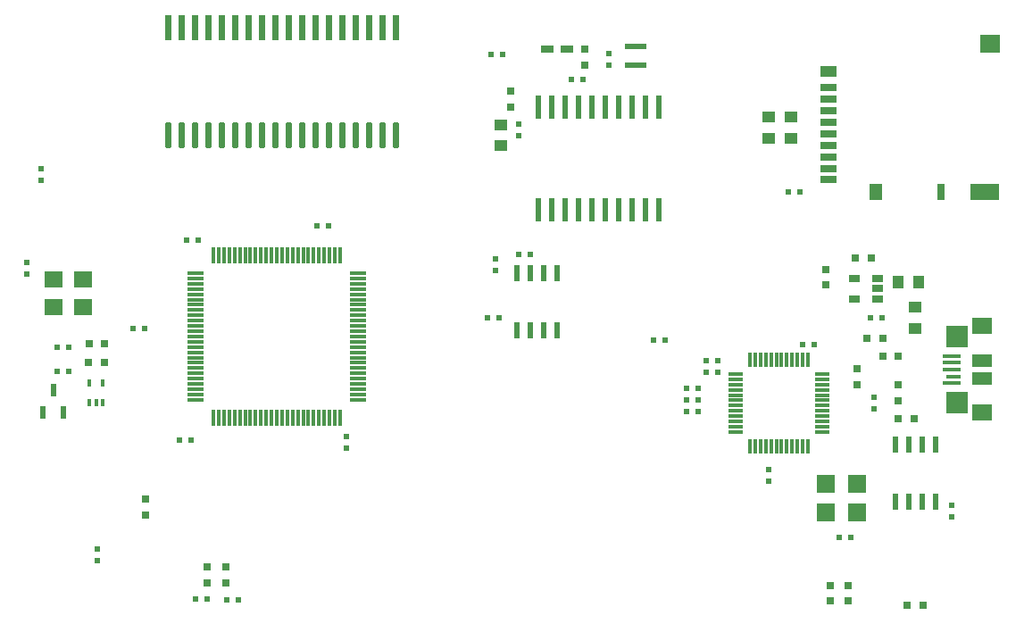
<source format=gtp>
G04 #@! TF.GenerationSoftware,KiCad,Pcbnew,(5.1.2)-1*
G04 #@! TF.CreationDate,2020-02-28T22:39:46+09:00*
G04 #@! TF.ProjectId,o2_breakout,6f325f62-7265-4616-9b6f-75742e6b6963,rev?*
G04 #@! TF.SameCoordinates,Original*
G04 #@! TF.FileFunction,Paste,Top*
G04 #@! TF.FilePolarity,Positive*
%FSLAX46Y46*%
G04 Gerber Fmt 4.6, Leading zero omitted, Abs format (unit mm)*
G04 Created by KiCad (PCBNEW (5.1.2)-1) date 2020-02-28 22:39:46*
%MOMM*%
%LPD*%
G04 APERTURE LIST*
%ADD10R,1.900000X1.800000*%
%ADD11R,2.800000X1.500000*%
%ADD12R,0.800000X1.500000*%
%ADD13R,1.200000X1.500000*%
%ADD14R,1.500000X1.000000*%
%ADD15R,1.500000X0.700000*%
%ADD16R,0.500000X0.600000*%
%ADD17R,1.250000X1.000000*%
%ADD18R,0.600000X0.500000*%
%ADD19R,0.600000X2.250000*%
%ADD20R,1.900000X1.200000*%
%ADD21R,1.750000X0.400000*%
%ADD22R,1.350000X0.400000*%
%ADD23R,1.900000X1.600000*%
%ADD24R,2.000000X2.100000*%
%ADD25R,0.600000X1.550000*%
%ADD26C,0.100000*%
%ADD27C,0.600000*%
%ADD28R,0.800000X0.750000*%
%ADD29R,0.750000X0.800000*%
%ADD30R,0.400000X0.650000*%
%ADD31R,1.000000X1.250000*%
%ADD32R,1.760000X1.760000*%
%ADD33R,1.400000X0.300000*%
%ADD34R,0.300000X1.400000*%
%ADD35R,0.600000X1.300000*%
%ADD36R,1.800000X1.540000*%
%ADD37R,2.000000X0.600000*%
%ADD38R,1.200000X0.750000*%
%ADD39R,1.060000X0.650000*%
%ADD40R,1.500000X0.300000*%
%ADD41R,0.300000X1.500000*%
G04 APERTURE END LIST*
D10*
X194776500Y-74136000D03*
D11*
X194326500Y-88136000D03*
D12*
X190176500Y-88136000D03*
D13*
X183976500Y-88136000D03*
D14*
X179526500Y-76736000D03*
D15*
X179526500Y-86936000D03*
X179526500Y-85986000D03*
X179526500Y-84886000D03*
X179526500Y-83786000D03*
X179526500Y-82686000D03*
X179526500Y-81586000D03*
X179526500Y-80486000D03*
X179526500Y-79386000D03*
X179526500Y-78286000D03*
D16*
X110169400Y-121999000D03*
X110169400Y-123099000D03*
D17*
X175971200Y-81042000D03*
X175971200Y-83042000D03*
D18*
X147145920Y-100078540D03*
X148245920Y-100078540D03*
D19*
X151990500Y-89828500D03*
X153260500Y-89828500D03*
X154530500Y-89828500D03*
X155800500Y-89828500D03*
X157070500Y-89828500D03*
X158340500Y-89828500D03*
X159610500Y-89828500D03*
X160880500Y-89828500D03*
X162150500Y-89828500D03*
X163420500Y-89828500D03*
X163420500Y-80128500D03*
X162150500Y-80128500D03*
X160880500Y-80128500D03*
X159610500Y-80128500D03*
X158340500Y-80128500D03*
X157070500Y-80128500D03*
X155800500Y-80128500D03*
X154530500Y-80128500D03*
X153260500Y-80128500D03*
X151990500Y-80128500D03*
D20*
X194038220Y-104143440D03*
X194038220Y-105843440D03*
D21*
X191163220Y-106293440D03*
D22*
X191363220Y-105643440D03*
D21*
X191163220Y-104993440D03*
X191163220Y-104343440D03*
X191163220Y-103693440D03*
D23*
X194038220Y-100893440D03*
X194038220Y-109093440D03*
D24*
X191688220Y-101893440D03*
X191688220Y-108093440D03*
D16*
X169024300Y-105223400D03*
X169024300Y-104123400D03*
X167881300Y-105223400D03*
X167881300Y-104123400D03*
X104797300Y-85952500D03*
X104797300Y-87052500D03*
D25*
X149953980Y-101285020D03*
X151223980Y-101285020D03*
X152493980Y-101285020D03*
X153763980Y-101285020D03*
X153763980Y-95885020D03*
X152493980Y-95885020D03*
X151223980Y-95885020D03*
X149953980Y-95885020D03*
D26*
G36*
X138629703Y-81576722D02*
G01*
X138644264Y-81578882D01*
X138658543Y-81582459D01*
X138672403Y-81587418D01*
X138685710Y-81593712D01*
X138698336Y-81601280D01*
X138710159Y-81610048D01*
X138721066Y-81619934D01*
X138730952Y-81630841D01*
X138739720Y-81642664D01*
X138747288Y-81655290D01*
X138753582Y-81668597D01*
X138758541Y-81682457D01*
X138762118Y-81696736D01*
X138764278Y-81711297D01*
X138765000Y-81726000D01*
X138765000Y-83826000D01*
X138764278Y-83840703D01*
X138762118Y-83855264D01*
X138758541Y-83869543D01*
X138753582Y-83883403D01*
X138747288Y-83896710D01*
X138739720Y-83909336D01*
X138730952Y-83921159D01*
X138721066Y-83932066D01*
X138710159Y-83941952D01*
X138698336Y-83950720D01*
X138685710Y-83958288D01*
X138672403Y-83964582D01*
X138658543Y-83969541D01*
X138644264Y-83973118D01*
X138629703Y-83975278D01*
X138615000Y-83976000D01*
X138315000Y-83976000D01*
X138300297Y-83975278D01*
X138285736Y-83973118D01*
X138271457Y-83969541D01*
X138257597Y-83964582D01*
X138244290Y-83958288D01*
X138231664Y-83950720D01*
X138219841Y-83941952D01*
X138208934Y-83932066D01*
X138199048Y-83921159D01*
X138190280Y-83909336D01*
X138182712Y-83896710D01*
X138176418Y-83883403D01*
X138171459Y-83869543D01*
X138167882Y-83855264D01*
X138165722Y-83840703D01*
X138165000Y-83826000D01*
X138165000Y-81726000D01*
X138165722Y-81711297D01*
X138167882Y-81696736D01*
X138171459Y-81682457D01*
X138176418Y-81668597D01*
X138182712Y-81655290D01*
X138190280Y-81642664D01*
X138199048Y-81630841D01*
X138208934Y-81619934D01*
X138219841Y-81610048D01*
X138231664Y-81601280D01*
X138244290Y-81593712D01*
X138257597Y-81587418D01*
X138271457Y-81582459D01*
X138285736Y-81578882D01*
X138300297Y-81576722D01*
X138315000Y-81576000D01*
X138615000Y-81576000D01*
X138629703Y-81576722D01*
X138629703Y-81576722D01*
G37*
D27*
X138465000Y-82776000D03*
D26*
G36*
X137359703Y-81576722D02*
G01*
X137374264Y-81578882D01*
X137388543Y-81582459D01*
X137402403Y-81587418D01*
X137415710Y-81593712D01*
X137428336Y-81601280D01*
X137440159Y-81610048D01*
X137451066Y-81619934D01*
X137460952Y-81630841D01*
X137469720Y-81642664D01*
X137477288Y-81655290D01*
X137483582Y-81668597D01*
X137488541Y-81682457D01*
X137492118Y-81696736D01*
X137494278Y-81711297D01*
X137495000Y-81726000D01*
X137495000Y-83826000D01*
X137494278Y-83840703D01*
X137492118Y-83855264D01*
X137488541Y-83869543D01*
X137483582Y-83883403D01*
X137477288Y-83896710D01*
X137469720Y-83909336D01*
X137460952Y-83921159D01*
X137451066Y-83932066D01*
X137440159Y-83941952D01*
X137428336Y-83950720D01*
X137415710Y-83958288D01*
X137402403Y-83964582D01*
X137388543Y-83969541D01*
X137374264Y-83973118D01*
X137359703Y-83975278D01*
X137345000Y-83976000D01*
X137045000Y-83976000D01*
X137030297Y-83975278D01*
X137015736Y-83973118D01*
X137001457Y-83969541D01*
X136987597Y-83964582D01*
X136974290Y-83958288D01*
X136961664Y-83950720D01*
X136949841Y-83941952D01*
X136938934Y-83932066D01*
X136929048Y-83921159D01*
X136920280Y-83909336D01*
X136912712Y-83896710D01*
X136906418Y-83883403D01*
X136901459Y-83869543D01*
X136897882Y-83855264D01*
X136895722Y-83840703D01*
X136895000Y-83826000D01*
X136895000Y-81726000D01*
X136895722Y-81711297D01*
X136897882Y-81696736D01*
X136901459Y-81682457D01*
X136906418Y-81668597D01*
X136912712Y-81655290D01*
X136920280Y-81642664D01*
X136929048Y-81630841D01*
X136938934Y-81619934D01*
X136949841Y-81610048D01*
X136961664Y-81601280D01*
X136974290Y-81593712D01*
X136987597Y-81587418D01*
X137001457Y-81582459D01*
X137015736Y-81578882D01*
X137030297Y-81576722D01*
X137045000Y-81576000D01*
X137345000Y-81576000D01*
X137359703Y-81576722D01*
X137359703Y-81576722D01*
G37*
D27*
X137195000Y-82776000D03*
D26*
G36*
X136089703Y-81576722D02*
G01*
X136104264Y-81578882D01*
X136118543Y-81582459D01*
X136132403Y-81587418D01*
X136145710Y-81593712D01*
X136158336Y-81601280D01*
X136170159Y-81610048D01*
X136181066Y-81619934D01*
X136190952Y-81630841D01*
X136199720Y-81642664D01*
X136207288Y-81655290D01*
X136213582Y-81668597D01*
X136218541Y-81682457D01*
X136222118Y-81696736D01*
X136224278Y-81711297D01*
X136225000Y-81726000D01*
X136225000Y-83826000D01*
X136224278Y-83840703D01*
X136222118Y-83855264D01*
X136218541Y-83869543D01*
X136213582Y-83883403D01*
X136207288Y-83896710D01*
X136199720Y-83909336D01*
X136190952Y-83921159D01*
X136181066Y-83932066D01*
X136170159Y-83941952D01*
X136158336Y-83950720D01*
X136145710Y-83958288D01*
X136132403Y-83964582D01*
X136118543Y-83969541D01*
X136104264Y-83973118D01*
X136089703Y-83975278D01*
X136075000Y-83976000D01*
X135775000Y-83976000D01*
X135760297Y-83975278D01*
X135745736Y-83973118D01*
X135731457Y-83969541D01*
X135717597Y-83964582D01*
X135704290Y-83958288D01*
X135691664Y-83950720D01*
X135679841Y-83941952D01*
X135668934Y-83932066D01*
X135659048Y-83921159D01*
X135650280Y-83909336D01*
X135642712Y-83896710D01*
X135636418Y-83883403D01*
X135631459Y-83869543D01*
X135627882Y-83855264D01*
X135625722Y-83840703D01*
X135625000Y-83826000D01*
X135625000Y-81726000D01*
X135625722Y-81711297D01*
X135627882Y-81696736D01*
X135631459Y-81682457D01*
X135636418Y-81668597D01*
X135642712Y-81655290D01*
X135650280Y-81642664D01*
X135659048Y-81630841D01*
X135668934Y-81619934D01*
X135679841Y-81610048D01*
X135691664Y-81601280D01*
X135704290Y-81593712D01*
X135717597Y-81587418D01*
X135731457Y-81582459D01*
X135745736Y-81578882D01*
X135760297Y-81576722D01*
X135775000Y-81576000D01*
X136075000Y-81576000D01*
X136089703Y-81576722D01*
X136089703Y-81576722D01*
G37*
D27*
X135925000Y-82776000D03*
D26*
G36*
X134819703Y-81576722D02*
G01*
X134834264Y-81578882D01*
X134848543Y-81582459D01*
X134862403Y-81587418D01*
X134875710Y-81593712D01*
X134888336Y-81601280D01*
X134900159Y-81610048D01*
X134911066Y-81619934D01*
X134920952Y-81630841D01*
X134929720Y-81642664D01*
X134937288Y-81655290D01*
X134943582Y-81668597D01*
X134948541Y-81682457D01*
X134952118Y-81696736D01*
X134954278Y-81711297D01*
X134955000Y-81726000D01*
X134955000Y-83826000D01*
X134954278Y-83840703D01*
X134952118Y-83855264D01*
X134948541Y-83869543D01*
X134943582Y-83883403D01*
X134937288Y-83896710D01*
X134929720Y-83909336D01*
X134920952Y-83921159D01*
X134911066Y-83932066D01*
X134900159Y-83941952D01*
X134888336Y-83950720D01*
X134875710Y-83958288D01*
X134862403Y-83964582D01*
X134848543Y-83969541D01*
X134834264Y-83973118D01*
X134819703Y-83975278D01*
X134805000Y-83976000D01*
X134505000Y-83976000D01*
X134490297Y-83975278D01*
X134475736Y-83973118D01*
X134461457Y-83969541D01*
X134447597Y-83964582D01*
X134434290Y-83958288D01*
X134421664Y-83950720D01*
X134409841Y-83941952D01*
X134398934Y-83932066D01*
X134389048Y-83921159D01*
X134380280Y-83909336D01*
X134372712Y-83896710D01*
X134366418Y-83883403D01*
X134361459Y-83869543D01*
X134357882Y-83855264D01*
X134355722Y-83840703D01*
X134355000Y-83826000D01*
X134355000Y-81726000D01*
X134355722Y-81711297D01*
X134357882Y-81696736D01*
X134361459Y-81682457D01*
X134366418Y-81668597D01*
X134372712Y-81655290D01*
X134380280Y-81642664D01*
X134389048Y-81630841D01*
X134398934Y-81619934D01*
X134409841Y-81610048D01*
X134421664Y-81601280D01*
X134434290Y-81593712D01*
X134447597Y-81587418D01*
X134461457Y-81582459D01*
X134475736Y-81578882D01*
X134490297Y-81576722D01*
X134505000Y-81576000D01*
X134805000Y-81576000D01*
X134819703Y-81576722D01*
X134819703Y-81576722D01*
G37*
D27*
X134655000Y-82776000D03*
D26*
G36*
X133549703Y-81576722D02*
G01*
X133564264Y-81578882D01*
X133578543Y-81582459D01*
X133592403Y-81587418D01*
X133605710Y-81593712D01*
X133618336Y-81601280D01*
X133630159Y-81610048D01*
X133641066Y-81619934D01*
X133650952Y-81630841D01*
X133659720Y-81642664D01*
X133667288Y-81655290D01*
X133673582Y-81668597D01*
X133678541Y-81682457D01*
X133682118Y-81696736D01*
X133684278Y-81711297D01*
X133685000Y-81726000D01*
X133685000Y-83826000D01*
X133684278Y-83840703D01*
X133682118Y-83855264D01*
X133678541Y-83869543D01*
X133673582Y-83883403D01*
X133667288Y-83896710D01*
X133659720Y-83909336D01*
X133650952Y-83921159D01*
X133641066Y-83932066D01*
X133630159Y-83941952D01*
X133618336Y-83950720D01*
X133605710Y-83958288D01*
X133592403Y-83964582D01*
X133578543Y-83969541D01*
X133564264Y-83973118D01*
X133549703Y-83975278D01*
X133535000Y-83976000D01*
X133235000Y-83976000D01*
X133220297Y-83975278D01*
X133205736Y-83973118D01*
X133191457Y-83969541D01*
X133177597Y-83964582D01*
X133164290Y-83958288D01*
X133151664Y-83950720D01*
X133139841Y-83941952D01*
X133128934Y-83932066D01*
X133119048Y-83921159D01*
X133110280Y-83909336D01*
X133102712Y-83896710D01*
X133096418Y-83883403D01*
X133091459Y-83869543D01*
X133087882Y-83855264D01*
X133085722Y-83840703D01*
X133085000Y-83826000D01*
X133085000Y-81726000D01*
X133085722Y-81711297D01*
X133087882Y-81696736D01*
X133091459Y-81682457D01*
X133096418Y-81668597D01*
X133102712Y-81655290D01*
X133110280Y-81642664D01*
X133119048Y-81630841D01*
X133128934Y-81619934D01*
X133139841Y-81610048D01*
X133151664Y-81601280D01*
X133164290Y-81593712D01*
X133177597Y-81587418D01*
X133191457Y-81582459D01*
X133205736Y-81578882D01*
X133220297Y-81576722D01*
X133235000Y-81576000D01*
X133535000Y-81576000D01*
X133549703Y-81576722D01*
X133549703Y-81576722D01*
G37*
D27*
X133385000Y-82776000D03*
D26*
G36*
X132279703Y-81576722D02*
G01*
X132294264Y-81578882D01*
X132308543Y-81582459D01*
X132322403Y-81587418D01*
X132335710Y-81593712D01*
X132348336Y-81601280D01*
X132360159Y-81610048D01*
X132371066Y-81619934D01*
X132380952Y-81630841D01*
X132389720Y-81642664D01*
X132397288Y-81655290D01*
X132403582Y-81668597D01*
X132408541Y-81682457D01*
X132412118Y-81696736D01*
X132414278Y-81711297D01*
X132415000Y-81726000D01*
X132415000Y-83826000D01*
X132414278Y-83840703D01*
X132412118Y-83855264D01*
X132408541Y-83869543D01*
X132403582Y-83883403D01*
X132397288Y-83896710D01*
X132389720Y-83909336D01*
X132380952Y-83921159D01*
X132371066Y-83932066D01*
X132360159Y-83941952D01*
X132348336Y-83950720D01*
X132335710Y-83958288D01*
X132322403Y-83964582D01*
X132308543Y-83969541D01*
X132294264Y-83973118D01*
X132279703Y-83975278D01*
X132265000Y-83976000D01*
X131965000Y-83976000D01*
X131950297Y-83975278D01*
X131935736Y-83973118D01*
X131921457Y-83969541D01*
X131907597Y-83964582D01*
X131894290Y-83958288D01*
X131881664Y-83950720D01*
X131869841Y-83941952D01*
X131858934Y-83932066D01*
X131849048Y-83921159D01*
X131840280Y-83909336D01*
X131832712Y-83896710D01*
X131826418Y-83883403D01*
X131821459Y-83869543D01*
X131817882Y-83855264D01*
X131815722Y-83840703D01*
X131815000Y-83826000D01*
X131815000Y-81726000D01*
X131815722Y-81711297D01*
X131817882Y-81696736D01*
X131821459Y-81682457D01*
X131826418Y-81668597D01*
X131832712Y-81655290D01*
X131840280Y-81642664D01*
X131849048Y-81630841D01*
X131858934Y-81619934D01*
X131869841Y-81610048D01*
X131881664Y-81601280D01*
X131894290Y-81593712D01*
X131907597Y-81587418D01*
X131921457Y-81582459D01*
X131935736Y-81578882D01*
X131950297Y-81576722D01*
X131965000Y-81576000D01*
X132265000Y-81576000D01*
X132279703Y-81576722D01*
X132279703Y-81576722D01*
G37*
D27*
X132115000Y-82776000D03*
D26*
G36*
X131009703Y-81576722D02*
G01*
X131024264Y-81578882D01*
X131038543Y-81582459D01*
X131052403Y-81587418D01*
X131065710Y-81593712D01*
X131078336Y-81601280D01*
X131090159Y-81610048D01*
X131101066Y-81619934D01*
X131110952Y-81630841D01*
X131119720Y-81642664D01*
X131127288Y-81655290D01*
X131133582Y-81668597D01*
X131138541Y-81682457D01*
X131142118Y-81696736D01*
X131144278Y-81711297D01*
X131145000Y-81726000D01*
X131145000Y-83826000D01*
X131144278Y-83840703D01*
X131142118Y-83855264D01*
X131138541Y-83869543D01*
X131133582Y-83883403D01*
X131127288Y-83896710D01*
X131119720Y-83909336D01*
X131110952Y-83921159D01*
X131101066Y-83932066D01*
X131090159Y-83941952D01*
X131078336Y-83950720D01*
X131065710Y-83958288D01*
X131052403Y-83964582D01*
X131038543Y-83969541D01*
X131024264Y-83973118D01*
X131009703Y-83975278D01*
X130995000Y-83976000D01*
X130695000Y-83976000D01*
X130680297Y-83975278D01*
X130665736Y-83973118D01*
X130651457Y-83969541D01*
X130637597Y-83964582D01*
X130624290Y-83958288D01*
X130611664Y-83950720D01*
X130599841Y-83941952D01*
X130588934Y-83932066D01*
X130579048Y-83921159D01*
X130570280Y-83909336D01*
X130562712Y-83896710D01*
X130556418Y-83883403D01*
X130551459Y-83869543D01*
X130547882Y-83855264D01*
X130545722Y-83840703D01*
X130545000Y-83826000D01*
X130545000Y-81726000D01*
X130545722Y-81711297D01*
X130547882Y-81696736D01*
X130551459Y-81682457D01*
X130556418Y-81668597D01*
X130562712Y-81655290D01*
X130570280Y-81642664D01*
X130579048Y-81630841D01*
X130588934Y-81619934D01*
X130599841Y-81610048D01*
X130611664Y-81601280D01*
X130624290Y-81593712D01*
X130637597Y-81587418D01*
X130651457Y-81582459D01*
X130665736Y-81578882D01*
X130680297Y-81576722D01*
X130695000Y-81576000D01*
X130995000Y-81576000D01*
X131009703Y-81576722D01*
X131009703Y-81576722D01*
G37*
D27*
X130845000Y-82776000D03*
D26*
G36*
X129739703Y-81576722D02*
G01*
X129754264Y-81578882D01*
X129768543Y-81582459D01*
X129782403Y-81587418D01*
X129795710Y-81593712D01*
X129808336Y-81601280D01*
X129820159Y-81610048D01*
X129831066Y-81619934D01*
X129840952Y-81630841D01*
X129849720Y-81642664D01*
X129857288Y-81655290D01*
X129863582Y-81668597D01*
X129868541Y-81682457D01*
X129872118Y-81696736D01*
X129874278Y-81711297D01*
X129875000Y-81726000D01*
X129875000Y-83826000D01*
X129874278Y-83840703D01*
X129872118Y-83855264D01*
X129868541Y-83869543D01*
X129863582Y-83883403D01*
X129857288Y-83896710D01*
X129849720Y-83909336D01*
X129840952Y-83921159D01*
X129831066Y-83932066D01*
X129820159Y-83941952D01*
X129808336Y-83950720D01*
X129795710Y-83958288D01*
X129782403Y-83964582D01*
X129768543Y-83969541D01*
X129754264Y-83973118D01*
X129739703Y-83975278D01*
X129725000Y-83976000D01*
X129425000Y-83976000D01*
X129410297Y-83975278D01*
X129395736Y-83973118D01*
X129381457Y-83969541D01*
X129367597Y-83964582D01*
X129354290Y-83958288D01*
X129341664Y-83950720D01*
X129329841Y-83941952D01*
X129318934Y-83932066D01*
X129309048Y-83921159D01*
X129300280Y-83909336D01*
X129292712Y-83896710D01*
X129286418Y-83883403D01*
X129281459Y-83869543D01*
X129277882Y-83855264D01*
X129275722Y-83840703D01*
X129275000Y-83826000D01*
X129275000Y-81726000D01*
X129275722Y-81711297D01*
X129277882Y-81696736D01*
X129281459Y-81682457D01*
X129286418Y-81668597D01*
X129292712Y-81655290D01*
X129300280Y-81642664D01*
X129309048Y-81630841D01*
X129318934Y-81619934D01*
X129329841Y-81610048D01*
X129341664Y-81601280D01*
X129354290Y-81593712D01*
X129367597Y-81587418D01*
X129381457Y-81582459D01*
X129395736Y-81578882D01*
X129410297Y-81576722D01*
X129425000Y-81576000D01*
X129725000Y-81576000D01*
X129739703Y-81576722D01*
X129739703Y-81576722D01*
G37*
D27*
X129575000Y-82776000D03*
D26*
G36*
X128469703Y-81576722D02*
G01*
X128484264Y-81578882D01*
X128498543Y-81582459D01*
X128512403Y-81587418D01*
X128525710Y-81593712D01*
X128538336Y-81601280D01*
X128550159Y-81610048D01*
X128561066Y-81619934D01*
X128570952Y-81630841D01*
X128579720Y-81642664D01*
X128587288Y-81655290D01*
X128593582Y-81668597D01*
X128598541Y-81682457D01*
X128602118Y-81696736D01*
X128604278Y-81711297D01*
X128605000Y-81726000D01*
X128605000Y-83826000D01*
X128604278Y-83840703D01*
X128602118Y-83855264D01*
X128598541Y-83869543D01*
X128593582Y-83883403D01*
X128587288Y-83896710D01*
X128579720Y-83909336D01*
X128570952Y-83921159D01*
X128561066Y-83932066D01*
X128550159Y-83941952D01*
X128538336Y-83950720D01*
X128525710Y-83958288D01*
X128512403Y-83964582D01*
X128498543Y-83969541D01*
X128484264Y-83973118D01*
X128469703Y-83975278D01*
X128455000Y-83976000D01*
X128155000Y-83976000D01*
X128140297Y-83975278D01*
X128125736Y-83973118D01*
X128111457Y-83969541D01*
X128097597Y-83964582D01*
X128084290Y-83958288D01*
X128071664Y-83950720D01*
X128059841Y-83941952D01*
X128048934Y-83932066D01*
X128039048Y-83921159D01*
X128030280Y-83909336D01*
X128022712Y-83896710D01*
X128016418Y-83883403D01*
X128011459Y-83869543D01*
X128007882Y-83855264D01*
X128005722Y-83840703D01*
X128005000Y-83826000D01*
X128005000Y-81726000D01*
X128005722Y-81711297D01*
X128007882Y-81696736D01*
X128011459Y-81682457D01*
X128016418Y-81668597D01*
X128022712Y-81655290D01*
X128030280Y-81642664D01*
X128039048Y-81630841D01*
X128048934Y-81619934D01*
X128059841Y-81610048D01*
X128071664Y-81601280D01*
X128084290Y-81593712D01*
X128097597Y-81587418D01*
X128111457Y-81582459D01*
X128125736Y-81578882D01*
X128140297Y-81576722D01*
X128155000Y-81576000D01*
X128455000Y-81576000D01*
X128469703Y-81576722D01*
X128469703Y-81576722D01*
G37*
D27*
X128305000Y-82776000D03*
D26*
G36*
X127199703Y-81576722D02*
G01*
X127214264Y-81578882D01*
X127228543Y-81582459D01*
X127242403Y-81587418D01*
X127255710Y-81593712D01*
X127268336Y-81601280D01*
X127280159Y-81610048D01*
X127291066Y-81619934D01*
X127300952Y-81630841D01*
X127309720Y-81642664D01*
X127317288Y-81655290D01*
X127323582Y-81668597D01*
X127328541Y-81682457D01*
X127332118Y-81696736D01*
X127334278Y-81711297D01*
X127335000Y-81726000D01*
X127335000Y-83826000D01*
X127334278Y-83840703D01*
X127332118Y-83855264D01*
X127328541Y-83869543D01*
X127323582Y-83883403D01*
X127317288Y-83896710D01*
X127309720Y-83909336D01*
X127300952Y-83921159D01*
X127291066Y-83932066D01*
X127280159Y-83941952D01*
X127268336Y-83950720D01*
X127255710Y-83958288D01*
X127242403Y-83964582D01*
X127228543Y-83969541D01*
X127214264Y-83973118D01*
X127199703Y-83975278D01*
X127185000Y-83976000D01*
X126885000Y-83976000D01*
X126870297Y-83975278D01*
X126855736Y-83973118D01*
X126841457Y-83969541D01*
X126827597Y-83964582D01*
X126814290Y-83958288D01*
X126801664Y-83950720D01*
X126789841Y-83941952D01*
X126778934Y-83932066D01*
X126769048Y-83921159D01*
X126760280Y-83909336D01*
X126752712Y-83896710D01*
X126746418Y-83883403D01*
X126741459Y-83869543D01*
X126737882Y-83855264D01*
X126735722Y-83840703D01*
X126735000Y-83826000D01*
X126735000Y-81726000D01*
X126735722Y-81711297D01*
X126737882Y-81696736D01*
X126741459Y-81682457D01*
X126746418Y-81668597D01*
X126752712Y-81655290D01*
X126760280Y-81642664D01*
X126769048Y-81630841D01*
X126778934Y-81619934D01*
X126789841Y-81610048D01*
X126801664Y-81601280D01*
X126814290Y-81593712D01*
X126827597Y-81587418D01*
X126841457Y-81582459D01*
X126855736Y-81578882D01*
X126870297Y-81576722D01*
X126885000Y-81576000D01*
X127185000Y-81576000D01*
X127199703Y-81576722D01*
X127199703Y-81576722D01*
G37*
D27*
X127035000Y-82776000D03*
D26*
G36*
X125929703Y-81576722D02*
G01*
X125944264Y-81578882D01*
X125958543Y-81582459D01*
X125972403Y-81587418D01*
X125985710Y-81593712D01*
X125998336Y-81601280D01*
X126010159Y-81610048D01*
X126021066Y-81619934D01*
X126030952Y-81630841D01*
X126039720Y-81642664D01*
X126047288Y-81655290D01*
X126053582Y-81668597D01*
X126058541Y-81682457D01*
X126062118Y-81696736D01*
X126064278Y-81711297D01*
X126065000Y-81726000D01*
X126065000Y-83826000D01*
X126064278Y-83840703D01*
X126062118Y-83855264D01*
X126058541Y-83869543D01*
X126053582Y-83883403D01*
X126047288Y-83896710D01*
X126039720Y-83909336D01*
X126030952Y-83921159D01*
X126021066Y-83932066D01*
X126010159Y-83941952D01*
X125998336Y-83950720D01*
X125985710Y-83958288D01*
X125972403Y-83964582D01*
X125958543Y-83969541D01*
X125944264Y-83973118D01*
X125929703Y-83975278D01*
X125915000Y-83976000D01*
X125615000Y-83976000D01*
X125600297Y-83975278D01*
X125585736Y-83973118D01*
X125571457Y-83969541D01*
X125557597Y-83964582D01*
X125544290Y-83958288D01*
X125531664Y-83950720D01*
X125519841Y-83941952D01*
X125508934Y-83932066D01*
X125499048Y-83921159D01*
X125490280Y-83909336D01*
X125482712Y-83896710D01*
X125476418Y-83883403D01*
X125471459Y-83869543D01*
X125467882Y-83855264D01*
X125465722Y-83840703D01*
X125465000Y-83826000D01*
X125465000Y-81726000D01*
X125465722Y-81711297D01*
X125467882Y-81696736D01*
X125471459Y-81682457D01*
X125476418Y-81668597D01*
X125482712Y-81655290D01*
X125490280Y-81642664D01*
X125499048Y-81630841D01*
X125508934Y-81619934D01*
X125519841Y-81610048D01*
X125531664Y-81601280D01*
X125544290Y-81593712D01*
X125557597Y-81587418D01*
X125571457Y-81582459D01*
X125585736Y-81578882D01*
X125600297Y-81576722D01*
X125615000Y-81576000D01*
X125915000Y-81576000D01*
X125929703Y-81576722D01*
X125929703Y-81576722D01*
G37*
D27*
X125765000Y-82776000D03*
D26*
G36*
X124659703Y-81576722D02*
G01*
X124674264Y-81578882D01*
X124688543Y-81582459D01*
X124702403Y-81587418D01*
X124715710Y-81593712D01*
X124728336Y-81601280D01*
X124740159Y-81610048D01*
X124751066Y-81619934D01*
X124760952Y-81630841D01*
X124769720Y-81642664D01*
X124777288Y-81655290D01*
X124783582Y-81668597D01*
X124788541Y-81682457D01*
X124792118Y-81696736D01*
X124794278Y-81711297D01*
X124795000Y-81726000D01*
X124795000Y-83826000D01*
X124794278Y-83840703D01*
X124792118Y-83855264D01*
X124788541Y-83869543D01*
X124783582Y-83883403D01*
X124777288Y-83896710D01*
X124769720Y-83909336D01*
X124760952Y-83921159D01*
X124751066Y-83932066D01*
X124740159Y-83941952D01*
X124728336Y-83950720D01*
X124715710Y-83958288D01*
X124702403Y-83964582D01*
X124688543Y-83969541D01*
X124674264Y-83973118D01*
X124659703Y-83975278D01*
X124645000Y-83976000D01*
X124345000Y-83976000D01*
X124330297Y-83975278D01*
X124315736Y-83973118D01*
X124301457Y-83969541D01*
X124287597Y-83964582D01*
X124274290Y-83958288D01*
X124261664Y-83950720D01*
X124249841Y-83941952D01*
X124238934Y-83932066D01*
X124229048Y-83921159D01*
X124220280Y-83909336D01*
X124212712Y-83896710D01*
X124206418Y-83883403D01*
X124201459Y-83869543D01*
X124197882Y-83855264D01*
X124195722Y-83840703D01*
X124195000Y-83826000D01*
X124195000Y-81726000D01*
X124195722Y-81711297D01*
X124197882Y-81696736D01*
X124201459Y-81682457D01*
X124206418Y-81668597D01*
X124212712Y-81655290D01*
X124220280Y-81642664D01*
X124229048Y-81630841D01*
X124238934Y-81619934D01*
X124249841Y-81610048D01*
X124261664Y-81601280D01*
X124274290Y-81593712D01*
X124287597Y-81587418D01*
X124301457Y-81582459D01*
X124315736Y-81578882D01*
X124330297Y-81576722D01*
X124345000Y-81576000D01*
X124645000Y-81576000D01*
X124659703Y-81576722D01*
X124659703Y-81576722D01*
G37*
D27*
X124495000Y-82776000D03*
D26*
G36*
X123389703Y-81576722D02*
G01*
X123404264Y-81578882D01*
X123418543Y-81582459D01*
X123432403Y-81587418D01*
X123445710Y-81593712D01*
X123458336Y-81601280D01*
X123470159Y-81610048D01*
X123481066Y-81619934D01*
X123490952Y-81630841D01*
X123499720Y-81642664D01*
X123507288Y-81655290D01*
X123513582Y-81668597D01*
X123518541Y-81682457D01*
X123522118Y-81696736D01*
X123524278Y-81711297D01*
X123525000Y-81726000D01*
X123525000Y-83826000D01*
X123524278Y-83840703D01*
X123522118Y-83855264D01*
X123518541Y-83869543D01*
X123513582Y-83883403D01*
X123507288Y-83896710D01*
X123499720Y-83909336D01*
X123490952Y-83921159D01*
X123481066Y-83932066D01*
X123470159Y-83941952D01*
X123458336Y-83950720D01*
X123445710Y-83958288D01*
X123432403Y-83964582D01*
X123418543Y-83969541D01*
X123404264Y-83973118D01*
X123389703Y-83975278D01*
X123375000Y-83976000D01*
X123075000Y-83976000D01*
X123060297Y-83975278D01*
X123045736Y-83973118D01*
X123031457Y-83969541D01*
X123017597Y-83964582D01*
X123004290Y-83958288D01*
X122991664Y-83950720D01*
X122979841Y-83941952D01*
X122968934Y-83932066D01*
X122959048Y-83921159D01*
X122950280Y-83909336D01*
X122942712Y-83896710D01*
X122936418Y-83883403D01*
X122931459Y-83869543D01*
X122927882Y-83855264D01*
X122925722Y-83840703D01*
X122925000Y-83826000D01*
X122925000Y-81726000D01*
X122925722Y-81711297D01*
X122927882Y-81696736D01*
X122931459Y-81682457D01*
X122936418Y-81668597D01*
X122942712Y-81655290D01*
X122950280Y-81642664D01*
X122959048Y-81630841D01*
X122968934Y-81619934D01*
X122979841Y-81610048D01*
X122991664Y-81601280D01*
X123004290Y-81593712D01*
X123017597Y-81587418D01*
X123031457Y-81582459D01*
X123045736Y-81578882D01*
X123060297Y-81576722D01*
X123075000Y-81576000D01*
X123375000Y-81576000D01*
X123389703Y-81576722D01*
X123389703Y-81576722D01*
G37*
D27*
X123225000Y-82776000D03*
D26*
G36*
X122119703Y-81576722D02*
G01*
X122134264Y-81578882D01*
X122148543Y-81582459D01*
X122162403Y-81587418D01*
X122175710Y-81593712D01*
X122188336Y-81601280D01*
X122200159Y-81610048D01*
X122211066Y-81619934D01*
X122220952Y-81630841D01*
X122229720Y-81642664D01*
X122237288Y-81655290D01*
X122243582Y-81668597D01*
X122248541Y-81682457D01*
X122252118Y-81696736D01*
X122254278Y-81711297D01*
X122255000Y-81726000D01*
X122255000Y-83826000D01*
X122254278Y-83840703D01*
X122252118Y-83855264D01*
X122248541Y-83869543D01*
X122243582Y-83883403D01*
X122237288Y-83896710D01*
X122229720Y-83909336D01*
X122220952Y-83921159D01*
X122211066Y-83932066D01*
X122200159Y-83941952D01*
X122188336Y-83950720D01*
X122175710Y-83958288D01*
X122162403Y-83964582D01*
X122148543Y-83969541D01*
X122134264Y-83973118D01*
X122119703Y-83975278D01*
X122105000Y-83976000D01*
X121805000Y-83976000D01*
X121790297Y-83975278D01*
X121775736Y-83973118D01*
X121761457Y-83969541D01*
X121747597Y-83964582D01*
X121734290Y-83958288D01*
X121721664Y-83950720D01*
X121709841Y-83941952D01*
X121698934Y-83932066D01*
X121689048Y-83921159D01*
X121680280Y-83909336D01*
X121672712Y-83896710D01*
X121666418Y-83883403D01*
X121661459Y-83869543D01*
X121657882Y-83855264D01*
X121655722Y-83840703D01*
X121655000Y-83826000D01*
X121655000Y-81726000D01*
X121655722Y-81711297D01*
X121657882Y-81696736D01*
X121661459Y-81682457D01*
X121666418Y-81668597D01*
X121672712Y-81655290D01*
X121680280Y-81642664D01*
X121689048Y-81630841D01*
X121698934Y-81619934D01*
X121709841Y-81610048D01*
X121721664Y-81601280D01*
X121734290Y-81593712D01*
X121747597Y-81587418D01*
X121761457Y-81582459D01*
X121775736Y-81578882D01*
X121790297Y-81576722D01*
X121805000Y-81576000D01*
X122105000Y-81576000D01*
X122119703Y-81576722D01*
X122119703Y-81576722D01*
G37*
D27*
X121955000Y-82776000D03*
D26*
G36*
X120849703Y-81576722D02*
G01*
X120864264Y-81578882D01*
X120878543Y-81582459D01*
X120892403Y-81587418D01*
X120905710Y-81593712D01*
X120918336Y-81601280D01*
X120930159Y-81610048D01*
X120941066Y-81619934D01*
X120950952Y-81630841D01*
X120959720Y-81642664D01*
X120967288Y-81655290D01*
X120973582Y-81668597D01*
X120978541Y-81682457D01*
X120982118Y-81696736D01*
X120984278Y-81711297D01*
X120985000Y-81726000D01*
X120985000Y-83826000D01*
X120984278Y-83840703D01*
X120982118Y-83855264D01*
X120978541Y-83869543D01*
X120973582Y-83883403D01*
X120967288Y-83896710D01*
X120959720Y-83909336D01*
X120950952Y-83921159D01*
X120941066Y-83932066D01*
X120930159Y-83941952D01*
X120918336Y-83950720D01*
X120905710Y-83958288D01*
X120892403Y-83964582D01*
X120878543Y-83969541D01*
X120864264Y-83973118D01*
X120849703Y-83975278D01*
X120835000Y-83976000D01*
X120535000Y-83976000D01*
X120520297Y-83975278D01*
X120505736Y-83973118D01*
X120491457Y-83969541D01*
X120477597Y-83964582D01*
X120464290Y-83958288D01*
X120451664Y-83950720D01*
X120439841Y-83941952D01*
X120428934Y-83932066D01*
X120419048Y-83921159D01*
X120410280Y-83909336D01*
X120402712Y-83896710D01*
X120396418Y-83883403D01*
X120391459Y-83869543D01*
X120387882Y-83855264D01*
X120385722Y-83840703D01*
X120385000Y-83826000D01*
X120385000Y-81726000D01*
X120385722Y-81711297D01*
X120387882Y-81696736D01*
X120391459Y-81682457D01*
X120396418Y-81668597D01*
X120402712Y-81655290D01*
X120410280Y-81642664D01*
X120419048Y-81630841D01*
X120428934Y-81619934D01*
X120439841Y-81610048D01*
X120451664Y-81601280D01*
X120464290Y-81593712D01*
X120477597Y-81587418D01*
X120491457Y-81582459D01*
X120505736Y-81578882D01*
X120520297Y-81576722D01*
X120535000Y-81576000D01*
X120835000Y-81576000D01*
X120849703Y-81576722D01*
X120849703Y-81576722D01*
G37*
D27*
X120685000Y-82776000D03*
D26*
G36*
X119579703Y-81576722D02*
G01*
X119594264Y-81578882D01*
X119608543Y-81582459D01*
X119622403Y-81587418D01*
X119635710Y-81593712D01*
X119648336Y-81601280D01*
X119660159Y-81610048D01*
X119671066Y-81619934D01*
X119680952Y-81630841D01*
X119689720Y-81642664D01*
X119697288Y-81655290D01*
X119703582Y-81668597D01*
X119708541Y-81682457D01*
X119712118Y-81696736D01*
X119714278Y-81711297D01*
X119715000Y-81726000D01*
X119715000Y-83826000D01*
X119714278Y-83840703D01*
X119712118Y-83855264D01*
X119708541Y-83869543D01*
X119703582Y-83883403D01*
X119697288Y-83896710D01*
X119689720Y-83909336D01*
X119680952Y-83921159D01*
X119671066Y-83932066D01*
X119660159Y-83941952D01*
X119648336Y-83950720D01*
X119635710Y-83958288D01*
X119622403Y-83964582D01*
X119608543Y-83969541D01*
X119594264Y-83973118D01*
X119579703Y-83975278D01*
X119565000Y-83976000D01*
X119265000Y-83976000D01*
X119250297Y-83975278D01*
X119235736Y-83973118D01*
X119221457Y-83969541D01*
X119207597Y-83964582D01*
X119194290Y-83958288D01*
X119181664Y-83950720D01*
X119169841Y-83941952D01*
X119158934Y-83932066D01*
X119149048Y-83921159D01*
X119140280Y-83909336D01*
X119132712Y-83896710D01*
X119126418Y-83883403D01*
X119121459Y-83869543D01*
X119117882Y-83855264D01*
X119115722Y-83840703D01*
X119115000Y-83826000D01*
X119115000Y-81726000D01*
X119115722Y-81711297D01*
X119117882Y-81696736D01*
X119121459Y-81682457D01*
X119126418Y-81668597D01*
X119132712Y-81655290D01*
X119140280Y-81642664D01*
X119149048Y-81630841D01*
X119158934Y-81619934D01*
X119169841Y-81610048D01*
X119181664Y-81601280D01*
X119194290Y-81593712D01*
X119207597Y-81587418D01*
X119221457Y-81582459D01*
X119235736Y-81578882D01*
X119250297Y-81576722D01*
X119265000Y-81576000D01*
X119565000Y-81576000D01*
X119579703Y-81576722D01*
X119579703Y-81576722D01*
G37*
D27*
X119415000Y-82776000D03*
D26*
G36*
X118309703Y-81576722D02*
G01*
X118324264Y-81578882D01*
X118338543Y-81582459D01*
X118352403Y-81587418D01*
X118365710Y-81593712D01*
X118378336Y-81601280D01*
X118390159Y-81610048D01*
X118401066Y-81619934D01*
X118410952Y-81630841D01*
X118419720Y-81642664D01*
X118427288Y-81655290D01*
X118433582Y-81668597D01*
X118438541Y-81682457D01*
X118442118Y-81696736D01*
X118444278Y-81711297D01*
X118445000Y-81726000D01*
X118445000Y-83826000D01*
X118444278Y-83840703D01*
X118442118Y-83855264D01*
X118438541Y-83869543D01*
X118433582Y-83883403D01*
X118427288Y-83896710D01*
X118419720Y-83909336D01*
X118410952Y-83921159D01*
X118401066Y-83932066D01*
X118390159Y-83941952D01*
X118378336Y-83950720D01*
X118365710Y-83958288D01*
X118352403Y-83964582D01*
X118338543Y-83969541D01*
X118324264Y-83973118D01*
X118309703Y-83975278D01*
X118295000Y-83976000D01*
X117995000Y-83976000D01*
X117980297Y-83975278D01*
X117965736Y-83973118D01*
X117951457Y-83969541D01*
X117937597Y-83964582D01*
X117924290Y-83958288D01*
X117911664Y-83950720D01*
X117899841Y-83941952D01*
X117888934Y-83932066D01*
X117879048Y-83921159D01*
X117870280Y-83909336D01*
X117862712Y-83896710D01*
X117856418Y-83883403D01*
X117851459Y-83869543D01*
X117847882Y-83855264D01*
X117845722Y-83840703D01*
X117845000Y-83826000D01*
X117845000Y-81726000D01*
X117845722Y-81711297D01*
X117847882Y-81696736D01*
X117851459Y-81682457D01*
X117856418Y-81668597D01*
X117862712Y-81655290D01*
X117870280Y-81642664D01*
X117879048Y-81630841D01*
X117888934Y-81619934D01*
X117899841Y-81610048D01*
X117911664Y-81601280D01*
X117924290Y-81593712D01*
X117937597Y-81587418D01*
X117951457Y-81582459D01*
X117965736Y-81578882D01*
X117980297Y-81576722D01*
X117995000Y-81576000D01*
X118295000Y-81576000D01*
X118309703Y-81576722D01*
X118309703Y-81576722D01*
G37*
D27*
X118145000Y-82776000D03*
D26*
G36*
X117039703Y-81576722D02*
G01*
X117054264Y-81578882D01*
X117068543Y-81582459D01*
X117082403Y-81587418D01*
X117095710Y-81593712D01*
X117108336Y-81601280D01*
X117120159Y-81610048D01*
X117131066Y-81619934D01*
X117140952Y-81630841D01*
X117149720Y-81642664D01*
X117157288Y-81655290D01*
X117163582Y-81668597D01*
X117168541Y-81682457D01*
X117172118Y-81696736D01*
X117174278Y-81711297D01*
X117175000Y-81726000D01*
X117175000Y-83826000D01*
X117174278Y-83840703D01*
X117172118Y-83855264D01*
X117168541Y-83869543D01*
X117163582Y-83883403D01*
X117157288Y-83896710D01*
X117149720Y-83909336D01*
X117140952Y-83921159D01*
X117131066Y-83932066D01*
X117120159Y-83941952D01*
X117108336Y-83950720D01*
X117095710Y-83958288D01*
X117082403Y-83964582D01*
X117068543Y-83969541D01*
X117054264Y-83973118D01*
X117039703Y-83975278D01*
X117025000Y-83976000D01*
X116725000Y-83976000D01*
X116710297Y-83975278D01*
X116695736Y-83973118D01*
X116681457Y-83969541D01*
X116667597Y-83964582D01*
X116654290Y-83958288D01*
X116641664Y-83950720D01*
X116629841Y-83941952D01*
X116618934Y-83932066D01*
X116609048Y-83921159D01*
X116600280Y-83909336D01*
X116592712Y-83896710D01*
X116586418Y-83883403D01*
X116581459Y-83869543D01*
X116577882Y-83855264D01*
X116575722Y-83840703D01*
X116575000Y-83826000D01*
X116575000Y-81726000D01*
X116575722Y-81711297D01*
X116577882Y-81696736D01*
X116581459Y-81682457D01*
X116586418Y-81668597D01*
X116592712Y-81655290D01*
X116600280Y-81642664D01*
X116609048Y-81630841D01*
X116618934Y-81619934D01*
X116629841Y-81610048D01*
X116641664Y-81601280D01*
X116654290Y-81593712D01*
X116667597Y-81587418D01*
X116681457Y-81582459D01*
X116695736Y-81578882D01*
X116710297Y-81576722D01*
X116725000Y-81576000D01*
X117025000Y-81576000D01*
X117039703Y-81576722D01*
X117039703Y-81576722D01*
G37*
D27*
X116875000Y-82776000D03*
D26*
G36*
X117039703Y-71376722D02*
G01*
X117054264Y-71378882D01*
X117068543Y-71382459D01*
X117082403Y-71387418D01*
X117095710Y-71393712D01*
X117108336Y-71401280D01*
X117120159Y-71410048D01*
X117131066Y-71419934D01*
X117140952Y-71430841D01*
X117149720Y-71442664D01*
X117157288Y-71455290D01*
X117163582Y-71468597D01*
X117168541Y-71482457D01*
X117172118Y-71496736D01*
X117174278Y-71511297D01*
X117175000Y-71526000D01*
X117175000Y-73626000D01*
X117174278Y-73640703D01*
X117172118Y-73655264D01*
X117168541Y-73669543D01*
X117163582Y-73683403D01*
X117157288Y-73696710D01*
X117149720Y-73709336D01*
X117140952Y-73721159D01*
X117131066Y-73732066D01*
X117120159Y-73741952D01*
X117108336Y-73750720D01*
X117095710Y-73758288D01*
X117082403Y-73764582D01*
X117068543Y-73769541D01*
X117054264Y-73773118D01*
X117039703Y-73775278D01*
X117025000Y-73776000D01*
X116725000Y-73776000D01*
X116710297Y-73775278D01*
X116695736Y-73773118D01*
X116681457Y-73769541D01*
X116667597Y-73764582D01*
X116654290Y-73758288D01*
X116641664Y-73750720D01*
X116629841Y-73741952D01*
X116618934Y-73732066D01*
X116609048Y-73721159D01*
X116600280Y-73709336D01*
X116592712Y-73696710D01*
X116586418Y-73683403D01*
X116581459Y-73669543D01*
X116577882Y-73655264D01*
X116575722Y-73640703D01*
X116575000Y-73626000D01*
X116575000Y-71526000D01*
X116575722Y-71511297D01*
X116577882Y-71496736D01*
X116581459Y-71482457D01*
X116586418Y-71468597D01*
X116592712Y-71455290D01*
X116600280Y-71442664D01*
X116609048Y-71430841D01*
X116618934Y-71419934D01*
X116629841Y-71410048D01*
X116641664Y-71401280D01*
X116654290Y-71393712D01*
X116667597Y-71387418D01*
X116681457Y-71382459D01*
X116695736Y-71378882D01*
X116710297Y-71376722D01*
X116725000Y-71376000D01*
X117025000Y-71376000D01*
X117039703Y-71376722D01*
X117039703Y-71376722D01*
G37*
D27*
X116875000Y-72576000D03*
D26*
G36*
X118309703Y-71376722D02*
G01*
X118324264Y-71378882D01*
X118338543Y-71382459D01*
X118352403Y-71387418D01*
X118365710Y-71393712D01*
X118378336Y-71401280D01*
X118390159Y-71410048D01*
X118401066Y-71419934D01*
X118410952Y-71430841D01*
X118419720Y-71442664D01*
X118427288Y-71455290D01*
X118433582Y-71468597D01*
X118438541Y-71482457D01*
X118442118Y-71496736D01*
X118444278Y-71511297D01*
X118445000Y-71526000D01*
X118445000Y-73626000D01*
X118444278Y-73640703D01*
X118442118Y-73655264D01*
X118438541Y-73669543D01*
X118433582Y-73683403D01*
X118427288Y-73696710D01*
X118419720Y-73709336D01*
X118410952Y-73721159D01*
X118401066Y-73732066D01*
X118390159Y-73741952D01*
X118378336Y-73750720D01*
X118365710Y-73758288D01*
X118352403Y-73764582D01*
X118338543Y-73769541D01*
X118324264Y-73773118D01*
X118309703Y-73775278D01*
X118295000Y-73776000D01*
X117995000Y-73776000D01*
X117980297Y-73775278D01*
X117965736Y-73773118D01*
X117951457Y-73769541D01*
X117937597Y-73764582D01*
X117924290Y-73758288D01*
X117911664Y-73750720D01*
X117899841Y-73741952D01*
X117888934Y-73732066D01*
X117879048Y-73721159D01*
X117870280Y-73709336D01*
X117862712Y-73696710D01*
X117856418Y-73683403D01*
X117851459Y-73669543D01*
X117847882Y-73655264D01*
X117845722Y-73640703D01*
X117845000Y-73626000D01*
X117845000Y-71526000D01*
X117845722Y-71511297D01*
X117847882Y-71496736D01*
X117851459Y-71482457D01*
X117856418Y-71468597D01*
X117862712Y-71455290D01*
X117870280Y-71442664D01*
X117879048Y-71430841D01*
X117888934Y-71419934D01*
X117899841Y-71410048D01*
X117911664Y-71401280D01*
X117924290Y-71393712D01*
X117937597Y-71387418D01*
X117951457Y-71382459D01*
X117965736Y-71378882D01*
X117980297Y-71376722D01*
X117995000Y-71376000D01*
X118295000Y-71376000D01*
X118309703Y-71376722D01*
X118309703Y-71376722D01*
G37*
D27*
X118145000Y-72576000D03*
D26*
G36*
X119579703Y-71376722D02*
G01*
X119594264Y-71378882D01*
X119608543Y-71382459D01*
X119622403Y-71387418D01*
X119635710Y-71393712D01*
X119648336Y-71401280D01*
X119660159Y-71410048D01*
X119671066Y-71419934D01*
X119680952Y-71430841D01*
X119689720Y-71442664D01*
X119697288Y-71455290D01*
X119703582Y-71468597D01*
X119708541Y-71482457D01*
X119712118Y-71496736D01*
X119714278Y-71511297D01*
X119715000Y-71526000D01*
X119715000Y-73626000D01*
X119714278Y-73640703D01*
X119712118Y-73655264D01*
X119708541Y-73669543D01*
X119703582Y-73683403D01*
X119697288Y-73696710D01*
X119689720Y-73709336D01*
X119680952Y-73721159D01*
X119671066Y-73732066D01*
X119660159Y-73741952D01*
X119648336Y-73750720D01*
X119635710Y-73758288D01*
X119622403Y-73764582D01*
X119608543Y-73769541D01*
X119594264Y-73773118D01*
X119579703Y-73775278D01*
X119565000Y-73776000D01*
X119265000Y-73776000D01*
X119250297Y-73775278D01*
X119235736Y-73773118D01*
X119221457Y-73769541D01*
X119207597Y-73764582D01*
X119194290Y-73758288D01*
X119181664Y-73750720D01*
X119169841Y-73741952D01*
X119158934Y-73732066D01*
X119149048Y-73721159D01*
X119140280Y-73709336D01*
X119132712Y-73696710D01*
X119126418Y-73683403D01*
X119121459Y-73669543D01*
X119117882Y-73655264D01*
X119115722Y-73640703D01*
X119115000Y-73626000D01*
X119115000Y-71526000D01*
X119115722Y-71511297D01*
X119117882Y-71496736D01*
X119121459Y-71482457D01*
X119126418Y-71468597D01*
X119132712Y-71455290D01*
X119140280Y-71442664D01*
X119149048Y-71430841D01*
X119158934Y-71419934D01*
X119169841Y-71410048D01*
X119181664Y-71401280D01*
X119194290Y-71393712D01*
X119207597Y-71387418D01*
X119221457Y-71382459D01*
X119235736Y-71378882D01*
X119250297Y-71376722D01*
X119265000Y-71376000D01*
X119565000Y-71376000D01*
X119579703Y-71376722D01*
X119579703Y-71376722D01*
G37*
D27*
X119415000Y-72576000D03*
D26*
G36*
X120849703Y-71376722D02*
G01*
X120864264Y-71378882D01*
X120878543Y-71382459D01*
X120892403Y-71387418D01*
X120905710Y-71393712D01*
X120918336Y-71401280D01*
X120930159Y-71410048D01*
X120941066Y-71419934D01*
X120950952Y-71430841D01*
X120959720Y-71442664D01*
X120967288Y-71455290D01*
X120973582Y-71468597D01*
X120978541Y-71482457D01*
X120982118Y-71496736D01*
X120984278Y-71511297D01*
X120985000Y-71526000D01*
X120985000Y-73626000D01*
X120984278Y-73640703D01*
X120982118Y-73655264D01*
X120978541Y-73669543D01*
X120973582Y-73683403D01*
X120967288Y-73696710D01*
X120959720Y-73709336D01*
X120950952Y-73721159D01*
X120941066Y-73732066D01*
X120930159Y-73741952D01*
X120918336Y-73750720D01*
X120905710Y-73758288D01*
X120892403Y-73764582D01*
X120878543Y-73769541D01*
X120864264Y-73773118D01*
X120849703Y-73775278D01*
X120835000Y-73776000D01*
X120535000Y-73776000D01*
X120520297Y-73775278D01*
X120505736Y-73773118D01*
X120491457Y-73769541D01*
X120477597Y-73764582D01*
X120464290Y-73758288D01*
X120451664Y-73750720D01*
X120439841Y-73741952D01*
X120428934Y-73732066D01*
X120419048Y-73721159D01*
X120410280Y-73709336D01*
X120402712Y-73696710D01*
X120396418Y-73683403D01*
X120391459Y-73669543D01*
X120387882Y-73655264D01*
X120385722Y-73640703D01*
X120385000Y-73626000D01*
X120385000Y-71526000D01*
X120385722Y-71511297D01*
X120387882Y-71496736D01*
X120391459Y-71482457D01*
X120396418Y-71468597D01*
X120402712Y-71455290D01*
X120410280Y-71442664D01*
X120419048Y-71430841D01*
X120428934Y-71419934D01*
X120439841Y-71410048D01*
X120451664Y-71401280D01*
X120464290Y-71393712D01*
X120477597Y-71387418D01*
X120491457Y-71382459D01*
X120505736Y-71378882D01*
X120520297Y-71376722D01*
X120535000Y-71376000D01*
X120835000Y-71376000D01*
X120849703Y-71376722D01*
X120849703Y-71376722D01*
G37*
D27*
X120685000Y-72576000D03*
D26*
G36*
X122119703Y-71376722D02*
G01*
X122134264Y-71378882D01*
X122148543Y-71382459D01*
X122162403Y-71387418D01*
X122175710Y-71393712D01*
X122188336Y-71401280D01*
X122200159Y-71410048D01*
X122211066Y-71419934D01*
X122220952Y-71430841D01*
X122229720Y-71442664D01*
X122237288Y-71455290D01*
X122243582Y-71468597D01*
X122248541Y-71482457D01*
X122252118Y-71496736D01*
X122254278Y-71511297D01*
X122255000Y-71526000D01*
X122255000Y-73626000D01*
X122254278Y-73640703D01*
X122252118Y-73655264D01*
X122248541Y-73669543D01*
X122243582Y-73683403D01*
X122237288Y-73696710D01*
X122229720Y-73709336D01*
X122220952Y-73721159D01*
X122211066Y-73732066D01*
X122200159Y-73741952D01*
X122188336Y-73750720D01*
X122175710Y-73758288D01*
X122162403Y-73764582D01*
X122148543Y-73769541D01*
X122134264Y-73773118D01*
X122119703Y-73775278D01*
X122105000Y-73776000D01*
X121805000Y-73776000D01*
X121790297Y-73775278D01*
X121775736Y-73773118D01*
X121761457Y-73769541D01*
X121747597Y-73764582D01*
X121734290Y-73758288D01*
X121721664Y-73750720D01*
X121709841Y-73741952D01*
X121698934Y-73732066D01*
X121689048Y-73721159D01*
X121680280Y-73709336D01*
X121672712Y-73696710D01*
X121666418Y-73683403D01*
X121661459Y-73669543D01*
X121657882Y-73655264D01*
X121655722Y-73640703D01*
X121655000Y-73626000D01*
X121655000Y-71526000D01*
X121655722Y-71511297D01*
X121657882Y-71496736D01*
X121661459Y-71482457D01*
X121666418Y-71468597D01*
X121672712Y-71455290D01*
X121680280Y-71442664D01*
X121689048Y-71430841D01*
X121698934Y-71419934D01*
X121709841Y-71410048D01*
X121721664Y-71401280D01*
X121734290Y-71393712D01*
X121747597Y-71387418D01*
X121761457Y-71382459D01*
X121775736Y-71378882D01*
X121790297Y-71376722D01*
X121805000Y-71376000D01*
X122105000Y-71376000D01*
X122119703Y-71376722D01*
X122119703Y-71376722D01*
G37*
D27*
X121955000Y-72576000D03*
D26*
G36*
X123389703Y-71376722D02*
G01*
X123404264Y-71378882D01*
X123418543Y-71382459D01*
X123432403Y-71387418D01*
X123445710Y-71393712D01*
X123458336Y-71401280D01*
X123470159Y-71410048D01*
X123481066Y-71419934D01*
X123490952Y-71430841D01*
X123499720Y-71442664D01*
X123507288Y-71455290D01*
X123513582Y-71468597D01*
X123518541Y-71482457D01*
X123522118Y-71496736D01*
X123524278Y-71511297D01*
X123525000Y-71526000D01*
X123525000Y-73626000D01*
X123524278Y-73640703D01*
X123522118Y-73655264D01*
X123518541Y-73669543D01*
X123513582Y-73683403D01*
X123507288Y-73696710D01*
X123499720Y-73709336D01*
X123490952Y-73721159D01*
X123481066Y-73732066D01*
X123470159Y-73741952D01*
X123458336Y-73750720D01*
X123445710Y-73758288D01*
X123432403Y-73764582D01*
X123418543Y-73769541D01*
X123404264Y-73773118D01*
X123389703Y-73775278D01*
X123375000Y-73776000D01*
X123075000Y-73776000D01*
X123060297Y-73775278D01*
X123045736Y-73773118D01*
X123031457Y-73769541D01*
X123017597Y-73764582D01*
X123004290Y-73758288D01*
X122991664Y-73750720D01*
X122979841Y-73741952D01*
X122968934Y-73732066D01*
X122959048Y-73721159D01*
X122950280Y-73709336D01*
X122942712Y-73696710D01*
X122936418Y-73683403D01*
X122931459Y-73669543D01*
X122927882Y-73655264D01*
X122925722Y-73640703D01*
X122925000Y-73626000D01*
X122925000Y-71526000D01*
X122925722Y-71511297D01*
X122927882Y-71496736D01*
X122931459Y-71482457D01*
X122936418Y-71468597D01*
X122942712Y-71455290D01*
X122950280Y-71442664D01*
X122959048Y-71430841D01*
X122968934Y-71419934D01*
X122979841Y-71410048D01*
X122991664Y-71401280D01*
X123004290Y-71393712D01*
X123017597Y-71387418D01*
X123031457Y-71382459D01*
X123045736Y-71378882D01*
X123060297Y-71376722D01*
X123075000Y-71376000D01*
X123375000Y-71376000D01*
X123389703Y-71376722D01*
X123389703Y-71376722D01*
G37*
D27*
X123225000Y-72576000D03*
D26*
G36*
X124659703Y-71376722D02*
G01*
X124674264Y-71378882D01*
X124688543Y-71382459D01*
X124702403Y-71387418D01*
X124715710Y-71393712D01*
X124728336Y-71401280D01*
X124740159Y-71410048D01*
X124751066Y-71419934D01*
X124760952Y-71430841D01*
X124769720Y-71442664D01*
X124777288Y-71455290D01*
X124783582Y-71468597D01*
X124788541Y-71482457D01*
X124792118Y-71496736D01*
X124794278Y-71511297D01*
X124795000Y-71526000D01*
X124795000Y-73626000D01*
X124794278Y-73640703D01*
X124792118Y-73655264D01*
X124788541Y-73669543D01*
X124783582Y-73683403D01*
X124777288Y-73696710D01*
X124769720Y-73709336D01*
X124760952Y-73721159D01*
X124751066Y-73732066D01*
X124740159Y-73741952D01*
X124728336Y-73750720D01*
X124715710Y-73758288D01*
X124702403Y-73764582D01*
X124688543Y-73769541D01*
X124674264Y-73773118D01*
X124659703Y-73775278D01*
X124645000Y-73776000D01*
X124345000Y-73776000D01*
X124330297Y-73775278D01*
X124315736Y-73773118D01*
X124301457Y-73769541D01*
X124287597Y-73764582D01*
X124274290Y-73758288D01*
X124261664Y-73750720D01*
X124249841Y-73741952D01*
X124238934Y-73732066D01*
X124229048Y-73721159D01*
X124220280Y-73709336D01*
X124212712Y-73696710D01*
X124206418Y-73683403D01*
X124201459Y-73669543D01*
X124197882Y-73655264D01*
X124195722Y-73640703D01*
X124195000Y-73626000D01*
X124195000Y-71526000D01*
X124195722Y-71511297D01*
X124197882Y-71496736D01*
X124201459Y-71482457D01*
X124206418Y-71468597D01*
X124212712Y-71455290D01*
X124220280Y-71442664D01*
X124229048Y-71430841D01*
X124238934Y-71419934D01*
X124249841Y-71410048D01*
X124261664Y-71401280D01*
X124274290Y-71393712D01*
X124287597Y-71387418D01*
X124301457Y-71382459D01*
X124315736Y-71378882D01*
X124330297Y-71376722D01*
X124345000Y-71376000D01*
X124645000Y-71376000D01*
X124659703Y-71376722D01*
X124659703Y-71376722D01*
G37*
D27*
X124495000Y-72576000D03*
D26*
G36*
X125929703Y-71376722D02*
G01*
X125944264Y-71378882D01*
X125958543Y-71382459D01*
X125972403Y-71387418D01*
X125985710Y-71393712D01*
X125998336Y-71401280D01*
X126010159Y-71410048D01*
X126021066Y-71419934D01*
X126030952Y-71430841D01*
X126039720Y-71442664D01*
X126047288Y-71455290D01*
X126053582Y-71468597D01*
X126058541Y-71482457D01*
X126062118Y-71496736D01*
X126064278Y-71511297D01*
X126065000Y-71526000D01*
X126065000Y-73626000D01*
X126064278Y-73640703D01*
X126062118Y-73655264D01*
X126058541Y-73669543D01*
X126053582Y-73683403D01*
X126047288Y-73696710D01*
X126039720Y-73709336D01*
X126030952Y-73721159D01*
X126021066Y-73732066D01*
X126010159Y-73741952D01*
X125998336Y-73750720D01*
X125985710Y-73758288D01*
X125972403Y-73764582D01*
X125958543Y-73769541D01*
X125944264Y-73773118D01*
X125929703Y-73775278D01*
X125915000Y-73776000D01*
X125615000Y-73776000D01*
X125600297Y-73775278D01*
X125585736Y-73773118D01*
X125571457Y-73769541D01*
X125557597Y-73764582D01*
X125544290Y-73758288D01*
X125531664Y-73750720D01*
X125519841Y-73741952D01*
X125508934Y-73732066D01*
X125499048Y-73721159D01*
X125490280Y-73709336D01*
X125482712Y-73696710D01*
X125476418Y-73683403D01*
X125471459Y-73669543D01*
X125467882Y-73655264D01*
X125465722Y-73640703D01*
X125465000Y-73626000D01*
X125465000Y-71526000D01*
X125465722Y-71511297D01*
X125467882Y-71496736D01*
X125471459Y-71482457D01*
X125476418Y-71468597D01*
X125482712Y-71455290D01*
X125490280Y-71442664D01*
X125499048Y-71430841D01*
X125508934Y-71419934D01*
X125519841Y-71410048D01*
X125531664Y-71401280D01*
X125544290Y-71393712D01*
X125557597Y-71387418D01*
X125571457Y-71382459D01*
X125585736Y-71378882D01*
X125600297Y-71376722D01*
X125615000Y-71376000D01*
X125915000Y-71376000D01*
X125929703Y-71376722D01*
X125929703Y-71376722D01*
G37*
D27*
X125765000Y-72576000D03*
D26*
G36*
X127199703Y-71376722D02*
G01*
X127214264Y-71378882D01*
X127228543Y-71382459D01*
X127242403Y-71387418D01*
X127255710Y-71393712D01*
X127268336Y-71401280D01*
X127280159Y-71410048D01*
X127291066Y-71419934D01*
X127300952Y-71430841D01*
X127309720Y-71442664D01*
X127317288Y-71455290D01*
X127323582Y-71468597D01*
X127328541Y-71482457D01*
X127332118Y-71496736D01*
X127334278Y-71511297D01*
X127335000Y-71526000D01*
X127335000Y-73626000D01*
X127334278Y-73640703D01*
X127332118Y-73655264D01*
X127328541Y-73669543D01*
X127323582Y-73683403D01*
X127317288Y-73696710D01*
X127309720Y-73709336D01*
X127300952Y-73721159D01*
X127291066Y-73732066D01*
X127280159Y-73741952D01*
X127268336Y-73750720D01*
X127255710Y-73758288D01*
X127242403Y-73764582D01*
X127228543Y-73769541D01*
X127214264Y-73773118D01*
X127199703Y-73775278D01*
X127185000Y-73776000D01*
X126885000Y-73776000D01*
X126870297Y-73775278D01*
X126855736Y-73773118D01*
X126841457Y-73769541D01*
X126827597Y-73764582D01*
X126814290Y-73758288D01*
X126801664Y-73750720D01*
X126789841Y-73741952D01*
X126778934Y-73732066D01*
X126769048Y-73721159D01*
X126760280Y-73709336D01*
X126752712Y-73696710D01*
X126746418Y-73683403D01*
X126741459Y-73669543D01*
X126737882Y-73655264D01*
X126735722Y-73640703D01*
X126735000Y-73626000D01*
X126735000Y-71526000D01*
X126735722Y-71511297D01*
X126737882Y-71496736D01*
X126741459Y-71482457D01*
X126746418Y-71468597D01*
X126752712Y-71455290D01*
X126760280Y-71442664D01*
X126769048Y-71430841D01*
X126778934Y-71419934D01*
X126789841Y-71410048D01*
X126801664Y-71401280D01*
X126814290Y-71393712D01*
X126827597Y-71387418D01*
X126841457Y-71382459D01*
X126855736Y-71378882D01*
X126870297Y-71376722D01*
X126885000Y-71376000D01*
X127185000Y-71376000D01*
X127199703Y-71376722D01*
X127199703Y-71376722D01*
G37*
D27*
X127035000Y-72576000D03*
D26*
G36*
X128469703Y-71376722D02*
G01*
X128484264Y-71378882D01*
X128498543Y-71382459D01*
X128512403Y-71387418D01*
X128525710Y-71393712D01*
X128538336Y-71401280D01*
X128550159Y-71410048D01*
X128561066Y-71419934D01*
X128570952Y-71430841D01*
X128579720Y-71442664D01*
X128587288Y-71455290D01*
X128593582Y-71468597D01*
X128598541Y-71482457D01*
X128602118Y-71496736D01*
X128604278Y-71511297D01*
X128605000Y-71526000D01*
X128605000Y-73626000D01*
X128604278Y-73640703D01*
X128602118Y-73655264D01*
X128598541Y-73669543D01*
X128593582Y-73683403D01*
X128587288Y-73696710D01*
X128579720Y-73709336D01*
X128570952Y-73721159D01*
X128561066Y-73732066D01*
X128550159Y-73741952D01*
X128538336Y-73750720D01*
X128525710Y-73758288D01*
X128512403Y-73764582D01*
X128498543Y-73769541D01*
X128484264Y-73773118D01*
X128469703Y-73775278D01*
X128455000Y-73776000D01*
X128155000Y-73776000D01*
X128140297Y-73775278D01*
X128125736Y-73773118D01*
X128111457Y-73769541D01*
X128097597Y-73764582D01*
X128084290Y-73758288D01*
X128071664Y-73750720D01*
X128059841Y-73741952D01*
X128048934Y-73732066D01*
X128039048Y-73721159D01*
X128030280Y-73709336D01*
X128022712Y-73696710D01*
X128016418Y-73683403D01*
X128011459Y-73669543D01*
X128007882Y-73655264D01*
X128005722Y-73640703D01*
X128005000Y-73626000D01*
X128005000Y-71526000D01*
X128005722Y-71511297D01*
X128007882Y-71496736D01*
X128011459Y-71482457D01*
X128016418Y-71468597D01*
X128022712Y-71455290D01*
X128030280Y-71442664D01*
X128039048Y-71430841D01*
X128048934Y-71419934D01*
X128059841Y-71410048D01*
X128071664Y-71401280D01*
X128084290Y-71393712D01*
X128097597Y-71387418D01*
X128111457Y-71382459D01*
X128125736Y-71378882D01*
X128140297Y-71376722D01*
X128155000Y-71376000D01*
X128455000Y-71376000D01*
X128469703Y-71376722D01*
X128469703Y-71376722D01*
G37*
D27*
X128305000Y-72576000D03*
D26*
G36*
X129739703Y-71376722D02*
G01*
X129754264Y-71378882D01*
X129768543Y-71382459D01*
X129782403Y-71387418D01*
X129795710Y-71393712D01*
X129808336Y-71401280D01*
X129820159Y-71410048D01*
X129831066Y-71419934D01*
X129840952Y-71430841D01*
X129849720Y-71442664D01*
X129857288Y-71455290D01*
X129863582Y-71468597D01*
X129868541Y-71482457D01*
X129872118Y-71496736D01*
X129874278Y-71511297D01*
X129875000Y-71526000D01*
X129875000Y-73626000D01*
X129874278Y-73640703D01*
X129872118Y-73655264D01*
X129868541Y-73669543D01*
X129863582Y-73683403D01*
X129857288Y-73696710D01*
X129849720Y-73709336D01*
X129840952Y-73721159D01*
X129831066Y-73732066D01*
X129820159Y-73741952D01*
X129808336Y-73750720D01*
X129795710Y-73758288D01*
X129782403Y-73764582D01*
X129768543Y-73769541D01*
X129754264Y-73773118D01*
X129739703Y-73775278D01*
X129725000Y-73776000D01*
X129425000Y-73776000D01*
X129410297Y-73775278D01*
X129395736Y-73773118D01*
X129381457Y-73769541D01*
X129367597Y-73764582D01*
X129354290Y-73758288D01*
X129341664Y-73750720D01*
X129329841Y-73741952D01*
X129318934Y-73732066D01*
X129309048Y-73721159D01*
X129300280Y-73709336D01*
X129292712Y-73696710D01*
X129286418Y-73683403D01*
X129281459Y-73669543D01*
X129277882Y-73655264D01*
X129275722Y-73640703D01*
X129275000Y-73626000D01*
X129275000Y-71526000D01*
X129275722Y-71511297D01*
X129277882Y-71496736D01*
X129281459Y-71482457D01*
X129286418Y-71468597D01*
X129292712Y-71455290D01*
X129300280Y-71442664D01*
X129309048Y-71430841D01*
X129318934Y-71419934D01*
X129329841Y-71410048D01*
X129341664Y-71401280D01*
X129354290Y-71393712D01*
X129367597Y-71387418D01*
X129381457Y-71382459D01*
X129395736Y-71378882D01*
X129410297Y-71376722D01*
X129425000Y-71376000D01*
X129725000Y-71376000D01*
X129739703Y-71376722D01*
X129739703Y-71376722D01*
G37*
D27*
X129575000Y-72576000D03*
D26*
G36*
X131009703Y-71376722D02*
G01*
X131024264Y-71378882D01*
X131038543Y-71382459D01*
X131052403Y-71387418D01*
X131065710Y-71393712D01*
X131078336Y-71401280D01*
X131090159Y-71410048D01*
X131101066Y-71419934D01*
X131110952Y-71430841D01*
X131119720Y-71442664D01*
X131127288Y-71455290D01*
X131133582Y-71468597D01*
X131138541Y-71482457D01*
X131142118Y-71496736D01*
X131144278Y-71511297D01*
X131145000Y-71526000D01*
X131145000Y-73626000D01*
X131144278Y-73640703D01*
X131142118Y-73655264D01*
X131138541Y-73669543D01*
X131133582Y-73683403D01*
X131127288Y-73696710D01*
X131119720Y-73709336D01*
X131110952Y-73721159D01*
X131101066Y-73732066D01*
X131090159Y-73741952D01*
X131078336Y-73750720D01*
X131065710Y-73758288D01*
X131052403Y-73764582D01*
X131038543Y-73769541D01*
X131024264Y-73773118D01*
X131009703Y-73775278D01*
X130995000Y-73776000D01*
X130695000Y-73776000D01*
X130680297Y-73775278D01*
X130665736Y-73773118D01*
X130651457Y-73769541D01*
X130637597Y-73764582D01*
X130624290Y-73758288D01*
X130611664Y-73750720D01*
X130599841Y-73741952D01*
X130588934Y-73732066D01*
X130579048Y-73721159D01*
X130570280Y-73709336D01*
X130562712Y-73696710D01*
X130556418Y-73683403D01*
X130551459Y-73669543D01*
X130547882Y-73655264D01*
X130545722Y-73640703D01*
X130545000Y-73626000D01*
X130545000Y-71526000D01*
X130545722Y-71511297D01*
X130547882Y-71496736D01*
X130551459Y-71482457D01*
X130556418Y-71468597D01*
X130562712Y-71455290D01*
X130570280Y-71442664D01*
X130579048Y-71430841D01*
X130588934Y-71419934D01*
X130599841Y-71410048D01*
X130611664Y-71401280D01*
X130624290Y-71393712D01*
X130637597Y-71387418D01*
X130651457Y-71382459D01*
X130665736Y-71378882D01*
X130680297Y-71376722D01*
X130695000Y-71376000D01*
X130995000Y-71376000D01*
X131009703Y-71376722D01*
X131009703Y-71376722D01*
G37*
D27*
X130845000Y-72576000D03*
D26*
G36*
X132279703Y-71376722D02*
G01*
X132294264Y-71378882D01*
X132308543Y-71382459D01*
X132322403Y-71387418D01*
X132335710Y-71393712D01*
X132348336Y-71401280D01*
X132360159Y-71410048D01*
X132371066Y-71419934D01*
X132380952Y-71430841D01*
X132389720Y-71442664D01*
X132397288Y-71455290D01*
X132403582Y-71468597D01*
X132408541Y-71482457D01*
X132412118Y-71496736D01*
X132414278Y-71511297D01*
X132415000Y-71526000D01*
X132415000Y-73626000D01*
X132414278Y-73640703D01*
X132412118Y-73655264D01*
X132408541Y-73669543D01*
X132403582Y-73683403D01*
X132397288Y-73696710D01*
X132389720Y-73709336D01*
X132380952Y-73721159D01*
X132371066Y-73732066D01*
X132360159Y-73741952D01*
X132348336Y-73750720D01*
X132335710Y-73758288D01*
X132322403Y-73764582D01*
X132308543Y-73769541D01*
X132294264Y-73773118D01*
X132279703Y-73775278D01*
X132265000Y-73776000D01*
X131965000Y-73776000D01*
X131950297Y-73775278D01*
X131935736Y-73773118D01*
X131921457Y-73769541D01*
X131907597Y-73764582D01*
X131894290Y-73758288D01*
X131881664Y-73750720D01*
X131869841Y-73741952D01*
X131858934Y-73732066D01*
X131849048Y-73721159D01*
X131840280Y-73709336D01*
X131832712Y-73696710D01*
X131826418Y-73683403D01*
X131821459Y-73669543D01*
X131817882Y-73655264D01*
X131815722Y-73640703D01*
X131815000Y-73626000D01*
X131815000Y-71526000D01*
X131815722Y-71511297D01*
X131817882Y-71496736D01*
X131821459Y-71482457D01*
X131826418Y-71468597D01*
X131832712Y-71455290D01*
X131840280Y-71442664D01*
X131849048Y-71430841D01*
X131858934Y-71419934D01*
X131869841Y-71410048D01*
X131881664Y-71401280D01*
X131894290Y-71393712D01*
X131907597Y-71387418D01*
X131921457Y-71382459D01*
X131935736Y-71378882D01*
X131950297Y-71376722D01*
X131965000Y-71376000D01*
X132265000Y-71376000D01*
X132279703Y-71376722D01*
X132279703Y-71376722D01*
G37*
D27*
X132115000Y-72576000D03*
D26*
G36*
X133549703Y-71376722D02*
G01*
X133564264Y-71378882D01*
X133578543Y-71382459D01*
X133592403Y-71387418D01*
X133605710Y-71393712D01*
X133618336Y-71401280D01*
X133630159Y-71410048D01*
X133641066Y-71419934D01*
X133650952Y-71430841D01*
X133659720Y-71442664D01*
X133667288Y-71455290D01*
X133673582Y-71468597D01*
X133678541Y-71482457D01*
X133682118Y-71496736D01*
X133684278Y-71511297D01*
X133685000Y-71526000D01*
X133685000Y-73626000D01*
X133684278Y-73640703D01*
X133682118Y-73655264D01*
X133678541Y-73669543D01*
X133673582Y-73683403D01*
X133667288Y-73696710D01*
X133659720Y-73709336D01*
X133650952Y-73721159D01*
X133641066Y-73732066D01*
X133630159Y-73741952D01*
X133618336Y-73750720D01*
X133605710Y-73758288D01*
X133592403Y-73764582D01*
X133578543Y-73769541D01*
X133564264Y-73773118D01*
X133549703Y-73775278D01*
X133535000Y-73776000D01*
X133235000Y-73776000D01*
X133220297Y-73775278D01*
X133205736Y-73773118D01*
X133191457Y-73769541D01*
X133177597Y-73764582D01*
X133164290Y-73758288D01*
X133151664Y-73750720D01*
X133139841Y-73741952D01*
X133128934Y-73732066D01*
X133119048Y-73721159D01*
X133110280Y-73709336D01*
X133102712Y-73696710D01*
X133096418Y-73683403D01*
X133091459Y-73669543D01*
X133087882Y-73655264D01*
X133085722Y-73640703D01*
X133085000Y-73626000D01*
X133085000Y-71526000D01*
X133085722Y-71511297D01*
X133087882Y-71496736D01*
X133091459Y-71482457D01*
X133096418Y-71468597D01*
X133102712Y-71455290D01*
X133110280Y-71442664D01*
X133119048Y-71430841D01*
X133128934Y-71419934D01*
X133139841Y-71410048D01*
X133151664Y-71401280D01*
X133164290Y-71393712D01*
X133177597Y-71387418D01*
X133191457Y-71382459D01*
X133205736Y-71378882D01*
X133220297Y-71376722D01*
X133235000Y-71376000D01*
X133535000Y-71376000D01*
X133549703Y-71376722D01*
X133549703Y-71376722D01*
G37*
D27*
X133385000Y-72576000D03*
D26*
G36*
X134819703Y-71376722D02*
G01*
X134834264Y-71378882D01*
X134848543Y-71382459D01*
X134862403Y-71387418D01*
X134875710Y-71393712D01*
X134888336Y-71401280D01*
X134900159Y-71410048D01*
X134911066Y-71419934D01*
X134920952Y-71430841D01*
X134929720Y-71442664D01*
X134937288Y-71455290D01*
X134943582Y-71468597D01*
X134948541Y-71482457D01*
X134952118Y-71496736D01*
X134954278Y-71511297D01*
X134955000Y-71526000D01*
X134955000Y-73626000D01*
X134954278Y-73640703D01*
X134952118Y-73655264D01*
X134948541Y-73669543D01*
X134943582Y-73683403D01*
X134937288Y-73696710D01*
X134929720Y-73709336D01*
X134920952Y-73721159D01*
X134911066Y-73732066D01*
X134900159Y-73741952D01*
X134888336Y-73750720D01*
X134875710Y-73758288D01*
X134862403Y-73764582D01*
X134848543Y-73769541D01*
X134834264Y-73773118D01*
X134819703Y-73775278D01*
X134805000Y-73776000D01*
X134505000Y-73776000D01*
X134490297Y-73775278D01*
X134475736Y-73773118D01*
X134461457Y-73769541D01*
X134447597Y-73764582D01*
X134434290Y-73758288D01*
X134421664Y-73750720D01*
X134409841Y-73741952D01*
X134398934Y-73732066D01*
X134389048Y-73721159D01*
X134380280Y-73709336D01*
X134372712Y-73696710D01*
X134366418Y-73683403D01*
X134361459Y-73669543D01*
X134357882Y-73655264D01*
X134355722Y-73640703D01*
X134355000Y-73626000D01*
X134355000Y-71526000D01*
X134355722Y-71511297D01*
X134357882Y-71496736D01*
X134361459Y-71482457D01*
X134366418Y-71468597D01*
X134372712Y-71455290D01*
X134380280Y-71442664D01*
X134389048Y-71430841D01*
X134398934Y-71419934D01*
X134409841Y-71410048D01*
X134421664Y-71401280D01*
X134434290Y-71393712D01*
X134447597Y-71387418D01*
X134461457Y-71382459D01*
X134475736Y-71378882D01*
X134490297Y-71376722D01*
X134505000Y-71376000D01*
X134805000Y-71376000D01*
X134819703Y-71376722D01*
X134819703Y-71376722D01*
G37*
D27*
X134655000Y-72576000D03*
D26*
G36*
X136089703Y-71376722D02*
G01*
X136104264Y-71378882D01*
X136118543Y-71382459D01*
X136132403Y-71387418D01*
X136145710Y-71393712D01*
X136158336Y-71401280D01*
X136170159Y-71410048D01*
X136181066Y-71419934D01*
X136190952Y-71430841D01*
X136199720Y-71442664D01*
X136207288Y-71455290D01*
X136213582Y-71468597D01*
X136218541Y-71482457D01*
X136222118Y-71496736D01*
X136224278Y-71511297D01*
X136225000Y-71526000D01*
X136225000Y-73626000D01*
X136224278Y-73640703D01*
X136222118Y-73655264D01*
X136218541Y-73669543D01*
X136213582Y-73683403D01*
X136207288Y-73696710D01*
X136199720Y-73709336D01*
X136190952Y-73721159D01*
X136181066Y-73732066D01*
X136170159Y-73741952D01*
X136158336Y-73750720D01*
X136145710Y-73758288D01*
X136132403Y-73764582D01*
X136118543Y-73769541D01*
X136104264Y-73773118D01*
X136089703Y-73775278D01*
X136075000Y-73776000D01*
X135775000Y-73776000D01*
X135760297Y-73775278D01*
X135745736Y-73773118D01*
X135731457Y-73769541D01*
X135717597Y-73764582D01*
X135704290Y-73758288D01*
X135691664Y-73750720D01*
X135679841Y-73741952D01*
X135668934Y-73732066D01*
X135659048Y-73721159D01*
X135650280Y-73709336D01*
X135642712Y-73696710D01*
X135636418Y-73683403D01*
X135631459Y-73669543D01*
X135627882Y-73655264D01*
X135625722Y-73640703D01*
X135625000Y-73626000D01*
X135625000Y-71526000D01*
X135625722Y-71511297D01*
X135627882Y-71496736D01*
X135631459Y-71482457D01*
X135636418Y-71468597D01*
X135642712Y-71455290D01*
X135650280Y-71442664D01*
X135659048Y-71430841D01*
X135668934Y-71419934D01*
X135679841Y-71410048D01*
X135691664Y-71401280D01*
X135704290Y-71393712D01*
X135717597Y-71387418D01*
X135731457Y-71382459D01*
X135745736Y-71378882D01*
X135760297Y-71376722D01*
X135775000Y-71376000D01*
X136075000Y-71376000D01*
X136089703Y-71376722D01*
X136089703Y-71376722D01*
G37*
D27*
X135925000Y-72576000D03*
D26*
G36*
X137359703Y-71376722D02*
G01*
X137374264Y-71378882D01*
X137388543Y-71382459D01*
X137402403Y-71387418D01*
X137415710Y-71393712D01*
X137428336Y-71401280D01*
X137440159Y-71410048D01*
X137451066Y-71419934D01*
X137460952Y-71430841D01*
X137469720Y-71442664D01*
X137477288Y-71455290D01*
X137483582Y-71468597D01*
X137488541Y-71482457D01*
X137492118Y-71496736D01*
X137494278Y-71511297D01*
X137495000Y-71526000D01*
X137495000Y-73626000D01*
X137494278Y-73640703D01*
X137492118Y-73655264D01*
X137488541Y-73669543D01*
X137483582Y-73683403D01*
X137477288Y-73696710D01*
X137469720Y-73709336D01*
X137460952Y-73721159D01*
X137451066Y-73732066D01*
X137440159Y-73741952D01*
X137428336Y-73750720D01*
X137415710Y-73758288D01*
X137402403Y-73764582D01*
X137388543Y-73769541D01*
X137374264Y-73773118D01*
X137359703Y-73775278D01*
X137345000Y-73776000D01*
X137045000Y-73776000D01*
X137030297Y-73775278D01*
X137015736Y-73773118D01*
X137001457Y-73769541D01*
X136987597Y-73764582D01*
X136974290Y-73758288D01*
X136961664Y-73750720D01*
X136949841Y-73741952D01*
X136938934Y-73732066D01*
X136929048Y-73721159D01*
X136920280Y-73709336D01*
X136912712Y-73696710D01*
X136906418Y-73683403D01*
X136901459Y-73669543D01*
X136897882Y-73655264D01*
X136895722Y-73640703D01*
X136895000Y-73626000D01*
X136895000Y-71526000D01*
X136895722Y-71511297D01*
X136897882Y-71496736D01*
X136901459Y-71482457D01*
X136906418Y-71468597D01*
X136912712Y-71455290D01*
X136920280Y-71442664D01*
X136929048Y-71430841D01*
X136938934Y-71419934D01*
X136949841Y-71410048D01*
X136961664Y-71401280D01*
X136974290Y-71393712D01*
X136987597Y-71387418D01*
X137001457Y-71382459D01*
X137015736Y-71378882D01*
X137030297Y-71376722D01*
X137045000Y-71376000D01*
X137345000Y-71376000D01*
X137359703Y-71376722D01*
X137359703Y-71376722D01*
G37*
D27*
X137195000Y-72576000D03*
D26*
G36*
X138629703Y-71376722D02*
G01*
X138644264Y-71378882D01*
X138658543Y-71382459D01*
X138672403Y-71387418D01*
X138685710Y-71393712D01*
X138698336Y-71401280D01*
X138710159Y-71410048D01*
X138721066Y-71419934D01*
X138730952Y-71430841D01*
X138739720Y-71442664D01*
X138747288Y-71455290D01*
X138753582Y-71468597D01*
X138758541Y-71482457D01*
X138762118Y-71496736D01*
X138764278Y-71511297D01*
X138765000Y-71526000D01*
X138765000Y-73626000D01*
X138764278Y-73640703D01*
X138762118Y-73655264D01*
X138758541Y-73669543D01*
X138753582Y-73683403D01*
X138747288Y-73696710D01*
X138739720Y-73709336D01*
X138730952Y-73721159D01*
X138721066Y-73732066D01*
X138710159Y-73741952D01*
X138698336Y-73750720D01*
X138685710Y-73758288D01*
X138672403Y-73764582D01*
X138658543Y-73769541D01*
X138644264Y-73773118D01*
X138629703Y-73775278D01*
X138615000Y-73776000D01*
X138315000Y-73776000D01*
X138300297Y-73775278D01*
X138285736Y-73773118D01*
X138271457Y-73769541D01*
X138257597Y-73764582D01*
X138244290Y-73758288D01*
X138231664Y-73750720D01*
X138219841Y-73741952D01*
X138208934Y-73732066D01*
X138199048Y-73721159D01*
X138190280Y-73709336D01*
X138182712Y-73696710D01*
X138176418Y-73683403D01*
X138171459Y-73669543D01*
X138167882Y-73655264D01*
X138165722Y-73640703D01*
X138165000Y-73626000D01*
X138165000Y-71526000D01*
X138165722Y-71511297D01*
X138167882Y-71496736D01*
X138171459Y-71482457D01*
X138176418Y-71468597D01*
X138182712Y-71455290D01*
X138190280Y-71442664D01*
X138199048Y-71430841D01*
X138208934Y-71419934D01*
X138219841Y-71410048D01*
X138231664Y-71401280D01*
X138244290Y-71393712D01*
X138257597Y-71387418D01*
X138271457Y-71382459D01*
X138285736Y-71378882D01*
X138300297Y-71376722D01*
X138315000Y-71376000D01*
X138615000Y-71376000D01*
X138629703Y-71376722D01*
X138629703Y-71376722D01*
G37*
D27*
X138465000Y-72576000D03*
D28*
X183513160Y-94419420D03*
X182013160Y-94419420D03*
D29*
X182176420Y-104898760D03*
X182176420Y-106398760D03*
D28*
X186131900Y-103771700D03*
X184631900Y-103771700D03*
X184648540Y-102026720D03*
X183148540Y-102026720D03*
D30*
X109382800Y-108150700D03*
X110682800Y-108150700D03*
X110032800Y-108150700D03*
X110682800Y-106250700D03*
X109382800Y-106250700D03*
D31*
X186072780Y-96723200D03*
X188072780Y-96723200D03*
D32*
X182160440Y-118512580D03*
X182160440Y-115812580D03*
X179210440Y-115812580D03*
X179210440Y-118512580D03*
D33*
X178865000Y-110920000D03*
D34*
X177540000Y-104095000D03*
D33*
X170715000Y-105420000D03*
X170715000Y-105920000D03*
X170715000Y-106420000D03*
X170715000Y-106920000D03*
X170715000Y-107420000D03*
X170715000Y-107920000D03*
X170715000Y-108420000D03*
X170715000Y-108920000D03*
X170715000Y-109420000D03*
X170715000Y-109920000D03*
X170715000Y-110420000D03*
X170715000Y-110920000D03*
D34*
X172040000Y-112245000D03*
X172540000Y-112245000D03*
X173040000Y-112245000D03*
X173540000Y-112245000D03*
X174040000Y-112245000D03*
X174540000Y-112245000D03*
X175040000Y-112245000D03*
X175540000Y-112245000D03*
X176040000Y-112245000D03*
X176540000Y-112245000D03*
X177040000Y-112245000D03*
X177540000Y-112245000D03*
D33*
X178865000Y-110420000D03*
X178865000Y-109920000D03*
X178865000Y-109420000D03*
X178865000Y-108920000D03*
X178865000Y-108420000D03*
X178865000Y-107920000D03*
X178865000Y-107420000D03*
X178865000Y-106920000D03*
X178865000Y-106420000D03*
X178865000Y-105920000D03*
X178865000Y-105420000D03*
D34*
X177040000Y-104095000D03*
X176540000Y-104095000D03*
X176040000Y-104095000D03*
X175540000Y-104095000D03*
X175040000Y-104095000D03*
X174540000Y-104095000D03*
X174040000Y-104095000D03*
X173540000Y-104095000D03*
X173040000Y-104095000D03*
X172540000Y-104095000D03*
X172040000Y-104095000D03*
D25*
X189649100Y-112108000D03*
X188379100Y-112108000D03*
X187109100Y-112108000D03*
X185839100Y-112108000D03*
X185839100Y-117508000D03*
X187109100Y-117508000D03*
X188379100Y-117508000D03*
X189649100Y-117508000D03*
D17*
X148417280Y-81763360D03*
X148417280Y-83763360D03*
D29*
X149326600Y-78574200D03*
X149326600Y-80074200D03*
D16*
X150139400Y-81724500D03*
X150139400Y-82824500D03*
D18*
X155103740Y-77467460D03*
X156203740Y-77467460D03*
X148606600Y-75133200D03*
X147506600Y-75133200D03*
D16*
X158699200Y-76089600D03*
X158699200Y-74989600D03*
D18*
X175700600Y-88188800D03*
X176800600Y-88188800D03*
D28*
X186097480Y-109697520D03*
X187597480Y-109697520D03*
D35*
X105006100Y-109038100D03*
X106906100Y-109038100D03*
X105956100Y-106938100D03*
D36*
X105991200Y-96424600D03*
X105991200Y-99104600D03*
X108791200Y-99104600D03*
X108791200Y-96424600D03*
D18*
X150084700Y-94048580D03*
X151184700Y-94048580D03*
D29*
X179265580Y-96995680D03*
X179265580Y-95495680D03*
D18*
X163973600Y-102209600D03*
X162873600Y-102209600D03*
X167135900Y-108991400D03*
X166035900Y-108991400D03*
X167123200Y-107873800D03*
X166023200Y-107873800D03*
X167123200Y-106756200D03*
X166023200Y-106756200D03*
X122411400Y-126822200D03*
X123511400Y-126822200D03*
X107433200Y-105181400D03*
X106333200Y-105181400D03*
X120539600Y-126796800D03*
X119439600Y-126796800D03*
X107433200Y-102857300D03*
X106333200Y-102857300D03*
D29*
X156400500Y-76099100D03*
X156400500Y-74599100D03*
D17*
X173783700Y-81032100D03*
X173783700Y-83032100D03*
D18*
X180475800Y-120878600D03*
X181575800Y-120878600D03*
D28*
X188453460Y-127345440D03*
X186953460Y-127345440D03*
D17*
X187706000Y-99076000D03*
X187706000Y-101076000D03*
D29*
X114706400Y-118783800D03*
X114706400Y-117283800D03*
D18*
X132045800Y-91389200D03*
X130945800Y-91389200D03*
D37*
X161176020Y-76089880D03*
X161176020Y-74389880D03*
D29*
X122377200Y-123710000D03*
X122377200Y-125210000D03*
D28*
X110833600Y-104292400D03*
X109333600Y-104292400D03*
D29*
X120548400Y-123710000D03*
X120548400Y-125210000D03*
D28*
X110845600Y-102565200D03*
X109345600Y-102565200D03*
D29*
X181317900Y-125470220D03*
X181317900Y-126970220D03*
X179692300Y-125470220D03*
X179692300Y-126970220D03*
D16*
X103479600Y-94877800D03*
X103479600Y-95977800D03*
D38*
X154696200Y-74637900D03*
X152796200Y-74637900D03*
D18*
X119676000Y-92710000D03*
X118576000Y-92710000D03*
D16*
X183766460Y-108731140D03*
X183766460Y-107631140D03*
D29*
X186055000Y-107953240D03*
X186055000Y-106453240D03*
D16*
X173799500Y-114448500D03*
X173799500Y-115548500D03*
D18*
X183490780Y-100070920D03*
X184590780Y-100070920D03*
D16*
X191195960Y-118987660D03*
X191195960Y-117887660D03*
D18*
X178146800Y-102654100D03*
X177046800Y-102654100D03*
X119002900Y-111658400D03*
X117902900Y-111658400D03*
D16*
X147929600Y-95622200D03*
X147929600Y-94522200D03*
X133766000Y-111390600D03*
X133766000Y-112490600D03*
D18*
X114621400Y-101092000D03*
X113521400Y-101092000D03*
D39*
X184183200Y-98270100D03*
X184183200Y-97320100D03*
X184183200Y-96370100D03*
X181983200Y-96370100D03*
X181983200Y-98270100D03*
D40*
X119462000Y-107860000D03*
X119462000Y-107360000D03*
X119462000Y-106860000D03*
X119462000Y-106360000D03*
X119462000Y-105860000D03*
X119462000Y-105360000D03*
X119462000Y-104860000D03*
X119462000Y-104360000D03*
X119462000Y-103860000D03*
X119462000Y-103360000D03*
X119462000Y-102860000D03*
X119462000Y-102360000D03*
X119462000Y-101860000D03*
X119462000Y-101360000D03*
X119462000Y-100860000D03*
X119462000Y-100360000D03*
X119462000Y-99860000D03*
X119462000Y-99360000D03*
X119462000Y-98860000D03*
X119462000Y-98360000D03*
X119462000Y-97860000D03*
X119462000Y-97360000D03*
X119462000Y-96860000D03*
X119462000Y-96360000D03*
D41*
X121162000Y-94160000D03*
X121662000Y-94160000D03*
X122162000Y-94160000D03*
X122662000Y-94160000D03*
X123162000Y-94160000D03*
X123662000Y-94160000D03*
X124162000Y-94160000D03*
X124662000Y-94160000D03*
X125162000Y-94160000D03*
X125662000Y-94160000D03*
X126162000Y-94160000D03*
X126662000Y-94160000D03*
X127162000Y-94160000D03*
X127662000Y-94160000D03*
X128162000Y-94160000D03*
X128662000Y-94160000D03*
X129162000Y-94160000D03*
X129662000Y-94160000D03*
X130162000Y-94160000D03*
X130662000Y-94160000D03*
X131162000Y-94160000D03*
X131662000Y-94160000D03*
X132162000Y-94160000D03*
X132662000Y-94160000D03*
D40*
X134862000Y-95860000D03*
X134862000Y-96360000D03*
X134862000Y-96860000D03*
X134862000Y-97360000D03*
X134862000Y-97860000D03*
X134862000Y-98360000D03*
X134862000Y-98860000D03*
X134862000Y-99360000D03*
X134862000Y-99860000D03*
X134862000Y-100360000D03*
X134862000Y-100860000D03*
X134862000Y-101360000D03*
X134862000Y-101860000D03*
X134862000Y-102360000D03*
X134862000Y-102860000D03*
X134862000Y-103360000D03*
X134862000Y-103860000D03*
X134862000Y-104360000D03*
X134862000Y-104860000D03*
X134862000Y-105360000D03*
X134862000Y-105860000D03*
X134862000Y-106360000D03*
X134862000Y-106860000D03*
X134862000Y-107360000D03*
D41*
X133162000Y-109560000D03*
X132662000Y-109560000D03*
X132162000Y-109560000D03*
X131662000Y-109560000D03*
X131162000Y-109560000D03*
X130662000Y-109560000D03*
X130162000Y-109560000D03*
X129662000Y-109560000D03*
X129162000Y-109560000D03*
X128662000Y-109560000D03*
X128162000Y-109560000D03*
X127662000Y-109560000D03*
X127162000Y-109560000D03*
X126662000Y-109560000D03*
X126162000Y-109560000D03*
X125662000Y-109560000D03*
X125162000Y-109560000D03*
X124662000Y-109560000D03*
X124162000Y-109560000D03*
X123662000Y-109560000D03*
X123162000Y-109560000D03*
X122662000Y-109560000D03*
X122162000Y-109560000D03*
X121662000Y-109560000D03*
X121162000Y-109560000D03*
D40*
X134862000Y-107860000D03*
D41*
X133162000Y-94160000D03*
D40*
X119462000Y-95860000D03*
M02*

</source>
